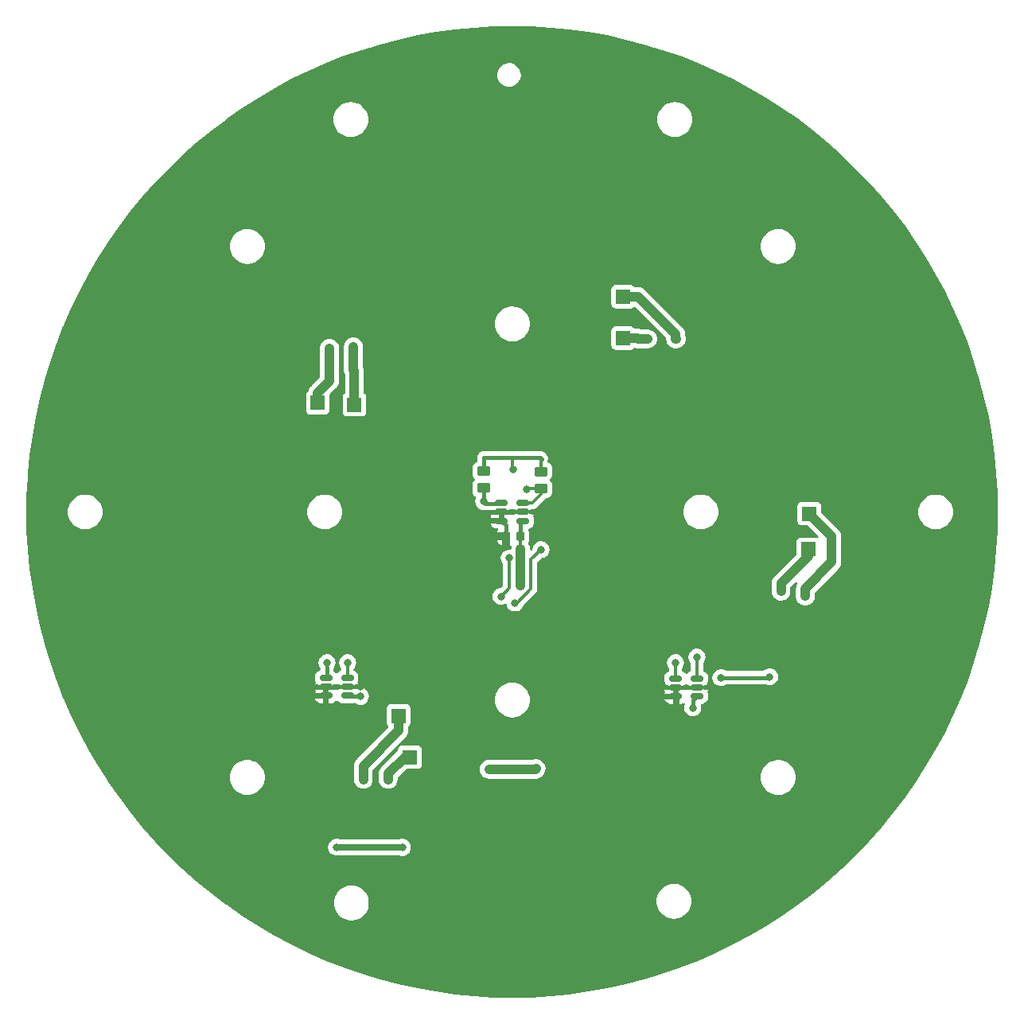
<source format=gtl>
%TF.GenerationSoftware,KiCad,Pcbnew,7.0.9-7.0.9~ubuntu23.04.1*%
%TF.CreationDate,2023-11-29T14:17:22+01:00*%
%TF.ProjectId,maglev cv2,6d61676c-6576-4206-9376-322e6b696361,rev?*%
%TF.SameCoordinates,Original*%
%TF.FileFunction,Copper,L1,Top*%
%TF.FilePolarity,Positive*%
%FSLAX46Y46*%
G04 Gerber Fmt 4.6, Leading zero omitted, Abs format (unit mm)*
G04 Created by KiCad (PCBNEW 7.0.9-7.0.9~ubuntu23.04.1) date 2023-11-29 14:17:22*
%MOMM*%
%LPD*%
G01*
G04 APERTURE LIST*
G04 Aperture macros list*
%AMRoundRect*
0 Rectangle with rounded corners*
0 $1 Rounding radius*
0 $2 $3 $4 $5 $6 $7 $8 $9 X,Y pos of 4 corners*
0 Add a 4 corners polygon primitive as box body*
4,1,4,$2,$3,$4,$5,$6,$7,$8,$9,$2,$3,0*
0 Add four circle primitives for the rounded corners*
1,1,$1+$1,$2,$3*
1,1,$1+$1,$4,$5*
1,1,$1+$1,$6,$7*
1,1,$1+$1,$8,$9*
0 Add four rect primitives between the rounded corners*
20,1,$1+$1,$2,$3,$4,$5,0*
20,1,$1+$1,$4,$5,$6,$7,0*
20,1,$1+$1,$6,$7,$8,$9,0*
20,1,$1+$1,$8,$9,$2,$3,0*%
G04 Aperture macros list end*
%TA.AperFunction,SMDPad,CuDef*%
%ADD10R,1.500000X1.500000*%
%TD*%
%TA.AperFunction,SMDPad,CuDef*%
%ADD11RoundRect,0.250000X-0.450000X0.262500X-0.450000X-0.262500X0.450000X-0.262500X0.450000X0.262500X0*%
%TD*%
%TA.AperFunction,SMDPad,CuDef*%
%ADD12RoundRect,0.225000X-0.225000X-0.250000X0.225000X-0.250000X0.225000X0.250000X-0.225000X0.250000X0*%
%TD*%
%TA.AperFunction,SMDPad,CuDef*%
%ADD13RoundRect,0.150000X-0.512500X-0.150000X0.512500X-0.150000X0.512500X0.150000X-0.512500X0.150000X0*%
%TD*%
%TA.AperFunction,SMDPad,CuDef*%
%ADD14RoundRect,0.250000X0.450000X-0.262500X0.450000X0.262500X-0.450000X0.262500X-0.450000X-0.262500X0*%
%TD*%
%TA.AperFunction,ViaPad*%
%ADD15C,0.800000*%
%TD*%
%TA.AperFunction,Conductor*%
%ADD16C,0.300000*%
%TD*%
%TA.AperFunction,Conductor*%
%ADD17C,1.000000*%
%TD*%
%TA.AperFunction,Conductor*%
%ADD18C,0.700000*%
%TD*%
%TA.AperFunction,Conductor*%
%ADD19C,0.400000*%
%TD*%
G04 APERTURE END LIST*
D10*
X135300000Y-125340400D03*
D11*
X149250400Y-94947100D03*
X149250400Y-96772100D03*
D10*
X125500000Y-87640400D03*
D12*
X145529000Y-101854000D03*
X147079000Y-101854000D03*
D10*
X177800000Y-99440400D03*
D13*
X126370500Y-116906000D03*
X126370500Y-117856000D03*
X126370500Y-118806000D03*
X128645500Y-118806000D03*
X128645500Y-117856000D03*
X128645500Y-116906000D03*
X163576000Y-116972000D03*
X163576000Y-117922000D03*
X163576000Y-118872000D03*
X165851000Y-118872000D03*
X165851000Y-117922000D03*
X165851000Y-116972000D03*
D10*
X177700000Y-103240400D03*
X158000000Y-76340400D03*
X134100000Y-120940400D03*
X158000000Y-80740400D03*
D14*
X143154400Y-96721300D03*
X143154400Y-94896300D03*
D10*
X129400000Y-87840400D03*
D13*
X145063640Y-98300000D03*
X145063640Y-99250000D03*
X145063640Y-100200000D03*
X147338640Y-100200000D03*
X147338640Y-99250000D03*
X147338640Y-98300000D03*
D15*
X147700000Y-96840400D03*
X139400000Y-60940400D03*
X135800000Y-56540400D03*
X139400000Y-51740400D03*
X142700000Y-56640400D03*
X148400000Y-56540400D03*
X152300000Y-61240400D03*
X152200000Y-51640400D03*
X155700000Y-56540400D03*
X116600000Y-89040400D03*
X120800000Y-89040400D03*
X126200000Y-123740400D03*
X130000000Y-121340400D03*
X186900000Y-113740400D03*
X182500000Y-113740400D03*
X170400000Y-88740400D03*
X174900000Y-88740400D03*
X143154400Y-98145600D03*
X179510000Y-115500400D03*
X181740000Y-107390400D03*
X134880000Y-127770400D03*
X134320000Y-69010400D03*
X165480000Y-88750400D03*
X159760000Y-68700400D03*
X123460000Y-85700400D03*
X144100000Y-101840400D03*
X155880000Y-86410400D03*
X153210000Y-68890400D03*
X134300000Y-136340400D03*
X168260000Y-86540400D03*
X163779200Y-120142000D03*
X130048000Y-117856000D03*
X133540000Y-86740400D03*
X141170000Y-69090400D03*
X148720000Y-126580400D03*
X146290000Y-94710400D03*
X168402000Y-116890800D03*
X143750000Y-126640400D03*
X130048000Y-118872000D03*
X134500000Y-134940400D03*
X165404800Y-120091200D03*
X127508000Y-134924800D03*
X147090000Y-103210400D03*
X147075104Y-107065296D03*
X173583600Y-116789200D03*
X130352800Y-127711200D03*
X132994400Y-127711200D03*
X126746000Y-81838800D03*
X129286000Y-81686400D03*
X174802800Y-107696000D03*
X177393600Y-108219000D03*
X160591600Y-80847200D03*
X163588800Y-80847200D03*
X146500000Y-108940400D03*
X128680000Y-115290400D03*
X165850000Y-114690400D03*
X149250400Y-103270400D03*
X126490000Y-115290400D03*
X145000000Y-108240400D03*
X163580000Y-115300400D03*
X145885667Y-104162499D03*
D16*
X149250400Y-96772100D02*
X147768300Y-96772100D01*
X147768300Y-96772100D02*
X147700000Y-96840400D01*
X147338640Y-98300000D02*
X148340400Y-98300000D01*
X148340400Y-98300000D02*
X149250400Y-97390000D01*
X149250400Y-97390000D02*
X149250400Y-96772100D01*
X146500000Y-108940400D02*
X146700000Y-108940400D01*
X146700000Y-108940400D02*
X148200000Y-107440400D01*
X148200000Y-107440400D02*
X148200000Y-104320800D01*
X148200000Y-104320800D02*
X149250400Y-103270400D01*
X145885667Y-104162499D02*
X145885667Y-107354733D01*
X145885667Y-107354733D02*
X145000000Y-108240400D01*
D17*
X147090000Y-103210400D02*
X147090000Y-107050400D01*
X147090000Y-107050400D02*
X147075104Y-107065296D01*
D16*
X147079000Y-103199400D02*
X147079000Y-101854000D01*
X147090000Y-103210400D02*
X147079000Y-103199400D01*
X144100000Y-101840400D02*
X144113600Y-101854000D01*
X144113600Y-101854000D02*
X145529000Y-101854000D01*
X145885667Y-104162499D02*
X145862915Y-104185251D01*
D18*
X134500000Y-134940400D02*
X127523600Y-134940400D01*
X127523600Y-134940400D02*
X127508000Y-134924800D01*
D17*
X160591600Y-80847200D02*
X159606800Y-80847200D01*
X159606800Y-80847200D02*
X159500000Y-80740400D01*
X159500000Y-80740400D02*
X158000000Y-80740400D01*
X163588800Y-80847200D02*
X163588800Y-80329200D01*
X163588800Y-80329200D02*
X159600000Y-76340400D01*
X159600000Y-76340400D02*
X158000000Y-76340400D01*
X174802800Y-107696000D02*
X174802800Y-106837600D01*
X174802800Y-106837600D02*
X177700000Y-103940400D01*
X177700000Y-103940400D02*
X177700000Y-103240400D01*
X177393600Y-108219000D02*
X177393600Y-107391200D01*
X177393600Y-107391200D02*
X180200000Y-104584800D01*
X180200000Y-104584800D02*
X180200000Y-101840400D01*
X180200000Y-101840400D02*
X177800000Y-99440400D01*
X129286000Y-81686400D02*
X129286000Y-84124800D01*
X129286000Y-84124800D02*
X129400000Y-84238800D01*
X129400000Y-84238800D02*
X129400000Y-87840400D01*
X126746000Y-81838800D02*
X126746000Y-85344000D01*
X126746000Y-85344000D02*
X125500000Y-86590000D01*
X125500000Y-86590000D02*
X125500000Y-87640400D01*
X130352800Y-127711200D02*
X130352800Y-126287600D01*
X130352800Y-126287600D02*
X134100000Y-122540400D01*
X134100000Y-122540400D02*
X134100000Y-120940400D01*
X132994400Y-127711200D02*
X132994400Y-127101600D01*
X132994400Y-127101600D02*
X134755600Y-125340400D01*
X134755600Y-125340400D02*
X135300000Y-125340400D01*
D19*
X163779200Y-120142000D02*
X163779200Y-119075200D01*
X145288000Y-102095000D02*
X145529000Y-101854000D01*
X126370500Y-117856000D02*
X126370500Y-118806000D01*
X130048000Y-117856000D02*
X128645500Y-117856000D01*
X145063640Y-99250000D02*
X147338640Y-99250000D01*
X145529000Y-100665360D02*
X145063640Y-100200000D01*
X145529000Y-101854000D02*
X145529000Y-100665360D01*
X163576000Y-118872000D02*
X163576000Y-117922000D01*
X145063640Y-100200000D02*
X145063640Y-99250000D01*
X163779200Y-119075200D02*
X163576000Y-118872000D01*
X128645500Y-117856000D02*
X126370500Y-117856000D01*
X163576000Y-117922000D02*
X165851000Y-117922000D01*
X147079000Y-100459640D02*
X147338640Y-100200000D01*
X149191600Y-93472000D02*
X149310000Y-93590400D01*
X165404800Y-119318200D02*
X165851000Y-118872000D01*
D17*
X143750000Y-126640400D02*
X148660000Y-126640400D01*
D19*
X149352000Y-95099500D02*
X149400900Y-95148400D01*
D16*
X149250400Y-94947100D02*
X149250400Y-94997900D01*
X149310000Y-93590400D02*
X149250400Y-93650000D01*
D19*
X165404800Y-120091200D02*
X165404800Y-119318200D01*
X130048000Y-118872000D02*
X128711500Y-118872000D01*
D17*
X148660000Y-126640400D02*
X148720000Y-126580400D01*
D16*
X146240000Y-94660400D02*
X146290000Y-94710400D01*
D19*
X146240000Y-93472000D02*
X149191600Y-93472000D01*
D16*
X146240000Y-93472000D02*
X146240000Y-94660400D01*
D19*
X143154400Y-94896300D02*
X143154400Y-93472000D01*
X147079000Y-101854000D02*
X147079000Y-100459640D01*
X143154400Y-93472000D02*
X146240000Y-93472000D01*
X168402000Y-116890800D02*
X173482000Y-116890800D01*
X147231400Y-102006400D02*
X147079000Y-101854000D01*
D16*
X149250400Y-93650000D02*
X149250400Y-94947100D01*
D19*
X128711500Y-118872000D02*
X128645500Y-118806000D01*
D16*
X149250400Y-94997900D02*
X149352000Y-95099500D01*
D19*
X173482000Y-116890800D02*
X173583600Y-116789200D01*
D17*
X163588800Y-80847200D02*
X163639600Y-80847200D01*
D19*
X149250400Y-96772100D02*
X149199600Y-96822900D01*
D16*
X128645500Y-115324900D02*
X128680000Y-115290400D01*
X165851000Y-116972000D02*
X165851000Y-114691400D01*
X128645500Y-116906000D02*
X128645500Y-115324900D01*
D19*
X147828957Y-98300000D02*
X147338640Y-98300000D01*
D16*
X165851000Y-114691400D02*
X165850000Y-114690400D01*
D19*
X128645500Y-116906000D02*
X128711500Y-116840000D01*
D16*
X163576000Y-116972000D02*
X163576000Y-115304400D01*
X126492000Y-115824000D02*
X126492000Y-115292400D01*
D19*
X143154400Y-98145600D02*
X143154400Y-96721300D01*
X143154400Y-98145600D02*
X143357600Y-98348800D01*
D16*
X163576000Y-115304400D02*
X163580000Y-115300400D01*
X126492000Y-115292400D02*
X126490000Y-115290400D01*
D19*
X145014840Y-98348800D02*
X145063640Y-98300000D01*
X126492000Y-116784500D02*
X126492000Y-115824000D01*
X143357600Y-98348800D02*
X145014840Y-98348800D01*
X126370500Y-116906000D02*
X126492000Y-116784500D01*
%TA.AperFunction,Conductor*%
G36*
X148212213Y-47590358D02*
G01*
X150238796Y-47709872D01*
X152259125Y-47908857D01*
X154270084Y-48187007D01*
X156268572Y-48543891D01*
X158251509Y-48978961D01*
X160215836Y-49491546D01*
X162158524Y-50080854D01*
X164076579Y-50745977D01*
X165967042Y-51485890D01*
X167826999Y-52299452D01*
X169653582Y-53185408D01*
X171443974Y-54142393D01*
X173195415Y-55168930D01*
X174905203Y-56263437D01*
X176570704Y-57424226D01*
X178189348Y-58649507D01*
X179758639Y-59937393D01*
X181276159Y-61285893D01*
X182739567Y-62692933D01*
X184146607Y-64156341D01*
X185495107Y-65673861D01*
X186782993Y-67243152D01*
X188008274Y-68861796D01*
X189169063Y-70527297D01*
X190263570Y-72237085D01*
X191290107Y-73988526D01*
X192247092Y-75778918D01*
X193133048Y-77605501D01*
X193946610Y-79465458D01*
X194686523Y-81355921D01*
X195351646Y-83273976D01*
X195940954Y-85216664D01*
X196453539Y-87180991D01*
X196888609Y-89163928D01*
X197245493Y-91162416D01*
X197523643Y-93173375D01*
X197722628Y-95193704D01*
X197842142Y-97220287D01*
X197882000Y-99250000D01*
X197842142Y-101279713D01*
X197722628Y-103306296D01*
X197523643Y-105326625D01*
X197245493Y-107337584D01*
X196888609Y-109336072D01*
X196453539Y-111319009D01*
X195940954Y-113283336D01*
X195351646Y-115226024D01*
X194686523Y-117144079D01*
X193946610Y-119034542D01*
X193133048Y-120894499D01*
X192247092Y-122721082D01*
X191290107Y-124511474D01*
X190263570Y-126262915D01*
X189169063Y-127972703D01*
X188008274Y-129638204D01*
X186782993Y-131256848D01*
X185495107Y-132826139D01*
X184146607Y-134343659D01*
X182739567Y-135807067D01*
X181276159Y-137214107D01*
X179758639Y-138562607D01*
X178189348Y-139850493D01*
X176570704Y-141075774D01*
X174905203Y-142236563D01*
X173195415Y-143331070D01*
X171443974Y-144357607D01*
X169653582Y-145314592D01*
X167826999Y-146200548D01*
X165967042Y-147014110D01*
X164076579Y-147754023D01*
X162158524Y-148419146D01*
X160215836Y-149008454D01*
X158251509Y-149521039D01*
X156268572Y-149956109D01*
X154270084Y-150312993D01*
X152259125Y-150591143D01*
X150238796Y-150790128D01*
X148212213Y-150909642D01*
X146182500Y-150949500D01*
X144152787Y-150909642D01*
X142126204Y-150790128D01*
X140105875Y-150591143D01*
X138094916Y-150312993D01*
X136096428Y-149956109D01*
X134113491Y-149521039D01*
X132149164Y-149008454D01*
X130206476Y-148419146D01*
X128288421Y-147754023D01*
X126397958Y-147014110D01*
X124538001Y-146200548D01*
X122711418Y-145314592D01*
X120921026Y-144357607D01*
X119169585Y-143331070D01*
X117459797Y-142236563D01*
X115794296Y-141075774D01*
X115756751Y-141047353D01*
X127226525Y-141047353D01*
X127307400Y-141427844D01*
X127307402Y-141427849D01*
X127465618Y-141783204D01*
X127465620Y-141783209D01*
X127694259Y-142097904D01*
X127694265Y-142097911D01*
X127848255Y-142236563D01*
X127983337Y-142358191D01*
X128320213Y-142552687D01*
X128690165Y-142672891D01*
X128980046Y-142703359D01*
X128980051Y-142703359D01*
X129173999Y-142703359D01*
X129174004Y-142703359D01*
X129463885Y-142672891D01*
X129833837Y-142552687D01*
X130170713Y-142358191D01*
X130397162Y-142154295D01*
X130459784Y-142097911D01*
X130459785Y-142097908D01*
X130459789Y-142097906D01*
X130688432Y-141783206D01*
X130846649Y-141427845D01*
X130927525Y-141047354D01*
X130927525Y-140872651D01*
X161561536Y-140872651D01*
X161642411Y-141253142D01*
X161642413Y-141253147D01*
X161800629Y-141608502D01*
X161800631Y-141608507D01*
X162029270Y-141923202D01*
X162029276Y-141923209D01*
X162205123Y-142081541D01*
X162318348Y-142183489D01*
X162655224Y-142377985D01*
X163025176Y-142498189D01*
X163315057Y-142528657D01*
X163315062Y-142528657D01*
X163509010Y-142528657D01*
X163509015Y-142528657D01*
X163798896Y-142498189D01*
X164168848Y-142377985D01*
X164505724Y-142183489D01*
X164732173Y-141979593D01*
X164794795Y-141923209D01*
X164794796Y-141923206D01*
X164794800Y-141923204D01*
X165023443Y-141608504D01*
X165181660Y-141253143D01*
X165262536Y-140872652D01*
X165262536Y-140483662D01*
X165181660Y-140103171D01*
X165023443Y-139747811D01*
X165023440Y-139747807D01*
X165023440Y-139747806D01*
X164794801Y-139433111D01*
X164794795Y-139433104D01*
X164606423Y-139263495D01*
X164505724Y-139172825D01*
X164168848Y-138978329D01*
X164168847Y-138978328D01*
X164168846Y-138978328D01*
X163798897Y-138858125D01*
X163750582Y-138853047D01*
X163509015Y-138827657D01*
X163315057Y-138827657D01*
X163107999Y-138849419D01*
X163025174Y-138858125D01*
X162655225Y-138978328D01*
X162318349Y-139172824D01*
X162029276Y-139433104D01*
X162029270Y-139433111D01*
X161800632Y-139747804D01*
X161800629Y-139747808D01*
X161800629Y-139747810D01*
X161722847Y-139922512D01*
X161642411Y-140103173D01*
X161561536Y-140483662D01*
X161561536Y-140872651D01*
X130927525Y-140872651D01*
X130927525Y-140658364D01*
X130846649Y-140277873D01*
X130688432Y-139922513D01*
X130688429Y-139922509D01*
X130688429Y-139922508D01*
X130459790Y-139607813D01*
X130459784Y-139607806D01*
X130265756Y-139433104D01*
X130170713Y-139347527D01*
X129833837Y-139153031D01*
X129833836Y-139153030D01*
X129833835Y-139153030D01*
X129463886Y-139032827D01*
X129415571Y-139027749D01*
X129174004Y-139002359D01*
X128980046Y-139002359D01*
X128772988Y-139024121D01*
X128690163Y-139032827D01*
X128320214Y-139153030D01*
X127983338Y-139347526D01*
X127694265Y-139607806D01*
X127694259Y-139607813D01*
X127465621Y-139922506D01*
X127465618Y-139922510D01*
X127465618Y-139922512D01*
X127346955Y-140189032D01*
X127307400Y-140277875D01*
X127226525Y-140658364D01*
X127226525Y-141047353D01*
X115756751Y-141047353D01*
X114175652Y-139850493D01*
X112606361Y-138562607D01*
X111088841Y-137214107D01*
X109625433Y-135807067D01*
X108777149Y-134924800D01*
X126598240Y-134924800D01*
X126635092Y-135181110D01*
X126635092Y-135181111D01*
X126742658Y-135416649D01*
X126742660Y-135416651D01*
X126742661Y-135416653D01*
X126912234Y-135612351D01*
X126912236Y-135612352D01*
X126912238Y-135612354D01*
X127130069Y-135752346D01*
X127130072Y-135752347D01*
X127378527Y-135825300D01*
X127378528Y-135825300D01*
X127637472Y-135825300D01*
X127737521Y-135795923D01*
X127772456Y-135790900D01*
X134182415Y-135790900D01*
X134217350Y-135795923D01*
X134370527Y-135840900D01*
X134370528Y-135840900D01*
X134629472Y-135840900D01*
X134877928Y-135767947D01*
X135095766Y-135627951D01*
X135265339Y-135432253D01*
X135372908Y-135196709D01*
X135409760Y-134940400D01*
X135372908Y-134684091D01*
X135365783Y-134668489D01*
X135265341Y-134448550D01*
X135265339Y-134448548D01*
X135265339Y-134448547D01*
X135095766Y-134252849D01*
X135095763Y-134252847D01*
X135095761Y-134252845D01*
X134877930Y-134112853D01*
X134877927Y-134112852D01*
X134629473Y-134039900D01*
X134629472Y-134039900D01*
X134370528Y-134039900D01*
X134370527Y-134039900D01*
X134217350Y-134084877D01*
X134182415Y-134089900D01*
X127878714Y-134089900D01*
X127843779Y-134084877D01*
X127637473Y-134024300D01*
X127637472Y-134024300D01*
X127378528Y-134024300D01*
X127378527Y-134024300D01*
X127130072Y-134097252D01*
X127130069Y-134097253D01*
X126912238Y-134237245D01*
X126912236Y-134237247D01*
X126912234Y-134237248D01*
X126912234Y-134237249D01*
X126898717Y-134252849D01*
X126742661Y-134432947D01*
X126742658Y-134432950D01*
X126635092Y-134668488D01*
X126635092Y-134668489D01*
X126598240Y-134924800D01*
X108777149Y-134924800D01*
X108218393Y-134343659D01*
X106869893Y-132826139D01*
X105582007Y-131256848D01*
X104356726Y-129638204D01*
X103195937Y-127972703D01*
X103017844Y-127694494D01*
X116149500Y-127694494D01*
X116230375Y-128074985D01*
X116230377Y-128074990D01*
X116388593Y-128430345D01*
X116388595Y-128430350D01*
X116617234Y-128745045D01*
X116617240Y-128745052D01*
X116793087Y-128903384D01*
X116906312Y-129005332D01*
X117243188Y-129199828D01*
X117613140Y-129320032D01*
X117903021Y-129350500D01*
X117903026Y-129350500D01*
X118096974Y-129350500D01*
X118096979Y-129350500D01*
X118386860Y-129320032D01*
X118756812Y-129199828D01*
X119093688Y-129005332D01*
X119320137Y-128801436D01*
X119382759Y-128745052D01*
X119382760Y-128745049D01*
X119382764Y-128745047D01*
X119611407Y-128430347D01*
X119769624Y-128074986D01*
X119850500Y-127694495D01*
X119850500Y-127305505D01*
X119769624Y-126925014D01*
X119611407Y-126569654D01*
X119611404Y-126569650D01*
X119611404Y-126569649D01*
X119458874Y-126359709D01*
X129344587Y-126359709D01*
X129349466Y-126382137D01*
X129352300Y-126408495D01*
X129352300Y-127782753D01*
X129382955Y-127995971D01*
X129382956Y-127995975D01*
X129502470Y-128257671D01*
X129502471Y-128257673D01*
X129690875Y-128475103D01*
X129690877Y-128475104D01*
X129690879Y-128475106D01*
X129932900Y-128630644D01*
X129932903Y-128630645D01*
X130208948Y-128711700D01*
X130208950Y-128711700D01*
X130496651Y-128711700D01*
X130634673Y-128671172D01*
X130772697Y-128630645D01*
X131014725Y-128475103D01*
X131203129Y-128257673D01*
X131322644Y-127995972D01*
X131353300Y-127782755D01*
X131353300Y-127173709D01*
X131986187Y-127173709D01*
X131991066Y-127196137D01*
X131993900Y-127222495D01*
X131993900Y-127782753D01*
X132024555Y-127995971D01*
X132024556Y-127995975D01*
X132144070Y-128257671D01*
X132144071Y-128257673D01*
X132332475Y-128475103D01*
X132332477Y-128475104D01*
X132332479Y-128475106D01*
X132574500Y-128630644D01*
X132574503Y-128630645D01*
X132850548Y-128711700D01*
X132850550Y-128711700D01*
X133138251Y-128711700D01*
X133276273Y-128671172D01*
X133414297Y-128630645D01*
X133656325Y-128475103D01*
X133844729Y-128257673D01*
X133964244Y-127995972D01*
X133994900Y-127782755D01*
X133994900Y-127694494D01*
X172649500Y-127694494D01*
X172730375Y-128074985D01*
X172730377Y-128074990D01*
X172888593Y-128430345D01*
X172888595Y-128430350D01*
X173117234Y-128745045D01*
X173117240Y-128745052D01*
X173293087Y-128903384D01*
X173406312Y-129005332D01*
X173743188Y-129199828D01*
X174113140Y-129320032D01*
X174403021Y-129350500D01*
X174403026Y-129350500D01*
X174596974Y-129350500D01*
X174596979Y-129350500D01*
X174886860Y-129320032D01*
X175256812Y-129199828D01*
X175593688Y-129005332D01*
X175820137Y-128801436D01*
X175882759Y-128745052D01*
X175882760Y-128745049D01*
X175882764Y-128745047D01*
X176111407Y-128430347D01*
X176269624Y-128074986D01*
X176350500Y-127694495D01*
X176350500Y-127305505D01*
X176269624Y-126925014D01*
X176111407Y-126569654D01*
X176111404Y-126569650D01*
X176111404Y-126569649D01*
X175882765Y-126254954D01*
X175882759Y-126254947D01*
X175680389Y-126072734D01*
X175593688Y-125994668D01*
X175256812Y-125800172D01*
X175256811Y-125800171D01*
X175256810Y-125800171D01*
X174886861Y-125679968D01*
X174838546Y-125674890D01*
X174596979Y-125649500D01*
X174403021Y-125649500D01*
X174195963Y-125671262D01*
X174113138Y-125679968D01*
X173743189Y-125800171D01*
X173406313Y-125994667D01*
X173117240Y-126254947D01*
X173117234Y-126254954D01*
X172888596Y-126569647D01*
X172888593Y-126569651D01*
X172888593Y-126569653D01*
X172823257Y-126716401D01*
X172730375Y-126925016D01*
X172649500Y-127305505D01*
X172649500Y-127694494D01*
X133994900Y-127694494D01*
X133994900Y-127567381D01*
X134031218Y-127479701D01*
X134726667Y-126784251D01*
X142749500Y-126784251D01*
X142830554Y-127060296D01*
X142830555Y-127060299D01*
X142986093Y-127302320D01*
X142986095Y-127302322D01*
X142986097Y-127302325D01*
X143203527Y-127490729D01*
X143284147Y-127527547D01*
X143465224Y-127610243D01*
X143465228Y-127610244D01*
X143678445Y-127640900D01*
X148539105Y-127640900D01*
X148565462Y-127643733D01*
X148587891Y-127648613D01*
X148693521Y-127641057D01*
X148697943Y-127640900D01*
X148731551Y-127640900D01*
X148731555Y-127640900D01*
X148764849Y-127636112D01*
X148769213Y-127635643D01*
X148874859Y-127628088D01*
X148896367Y-127620065D01*
X148922051Y-127613510D01*
X148944772Y-127610244D01*
X149041141Y-127566232D01*
X149045170Y-127564563D01*
X149144419Y-127527547D01*
X149162794Y-127513790D01*
X149185590Y-127500266D01*
X149189830Y-127498329D01*
X149206473Y-127490729D01*
X149286511Y-127421375D01*
X149289957Y-127418598D01*
X149316863Y-127398457D01*
X149340625Y-127374693D01*
X149343857Y-127371683D01*
X149423903Y-127302325D01*
X149436313Y-127283013D01*
X149452949Y-127262370D01*
X149478049Y-127237271D01*
X149478049Y-127237270D01*
X149478057Y-127237263D01*
X149607148Y-127064819D01*
X149707688Y-126795259D01*
X149728213Y-126508291D01*
X149667058Y-126227166D01*
X149660986Y-126216046D01*
X149529181Y-125974661D01*
X149529175Y-125974654D01*
X149325745Y-125771224D01*
X149325738Y-125771218D01*
X149073235Y-125633342D01*
X148792110Y-125572187D01*
X148792105Y-125572187D01*
X148562534Y-125588607D01*
X148505141Y-125592712D01*
X148505139Y-125592712D01*
X148505137Y-125592713D01*
X148399585Y-125632082D01*
X148356252Y-125639900D01*
X143678445Y-125639900D01*
X143651643Y-125643753D01*
X143465228Y-125670555D01*
X143465224Y-125670556D01*
X143203528Y-125790070D01*
X143203527Y-125790071D01*
X142990504Y-125974657D01*
X142986095Y-125978477D01*
X142986093Y-125978479D01*
X142830555Y-126220500D01*
X142830554Y-126220503D01*
X142749500Y-126496548D01*
X142749500Y-126784251D01*
X134726667Y-126784251D01*
X134883701Y-126627217D01*
X134971382Y-126590899D01*
X136099290Y-126590899D01*
X136099292Y-126590899D01*
X136245285Y-126561860D01*
X136245286Y-126561859D01*
X136245287Y-126561859D01*
X136273066Y-126543297D01*
X136410840Y-126451240D01*
X136521460Y-126285685D01*
X136550500Y-126139693D01*
X136550499Y-124541108D01*
X136521460Y-124395115D01*
X136521459Y-124395114D01*
X136521459Y-124395112D01*
X136466024Y-124312148D01*
X136410840Y-124229560D01*
X136245285Y-124118940D01*
X136245283Y-124118939D01*
X136245280Y-124118938D01*
X136099296Y-124089900D01*
X134500710Y-124089900D01*
X134354712Y-124118940D01*
X134189160Y-124229560D01*
X134078540Y-124395115D01*
X134078538Y-124395119D01*
X134049500Y-124541102D01*
X134049500Y-124571759D01*
X134013181Y-124659440D01*
X134006705Y-124665470D01*
X133991697Y-124678474D01*
X133991694Y-124678478D01*
X133979284Y-124697788D01*
X133962652Y-124718426D01*
X132372426Y-126308652D01*
X132351788Y-126325284D01*
X132332478Y-126337694D01*
X132332475Y-126337697D01*
X132263130Y-126417724D01*
X132260116Y-126420961D01*
X132236344Y-126444735D01*
X132236339Y-126444740D01*
X132216199Y-126471642D01*
X132213424Y-126475087D01*
X132144071Y-126555125D01*
X132144069Y-126555129D01*
X132134530Y-126576014D01*
X132121010Y-126598801D01*
X132107253Y-126617179D01*
X132107251Y-126617183D01*
X132070244Y-126716401D01*
X132068550Y-126720490D01*
X132024555Y-126816828D01*
X132021288Y-126839551D01*
X132014734Y-126865230D01*
X132006713Y-126886734D01*
X132006712Y-126886741D01*
X131999155Y-126992376D01*
X131998682Y-126996774D01*
X131993900Y-127030046D01*
X131993900Y-127063655D01*
X131993742Y-127068079D01*
X131986187Y-127173704D01*
X131986187Y-127173709D01*
X131353300Y-127173709D01*
X131353300Y-126753381D01*
X131389618Y-126665701D01*
X134721975Y-123333343D01*
X134742611Y-123316714D01*
X134761925Y-123304303D01*
X134831283Y-123224257D01*
X134834294Y-123221025D01*
X134858057Y-123197263D01*
X134878201Y-123170352D01*
X134880977Y-123166909D01*
X134950329Y-123086873D01*
X134959866Y-123065990D01*
X134973390Y-123043194D01*
X134987147Y-123024819D01*
X135024163Y-122925570D01*
X135025832Y-122921541D01*
X135069844Y-122825172D01*
X135073110Y-122802451D01*
X135079665Y-122776767D01*
X135087688Y-122755259D01*
X135095243Y-122649613D01*
X135095712Y-122645249D01*
X135100500Y-122611955D01*
X135100500Y-122578343D01*
X135100658Y-122573918D01*
X135108213Y-122468291D01*
X135108212Y-122468287D01*
X135103334Y-122445861D01*
X135100500Y-122419504D01*
X135100500Y-122191245D01*
X135136819Y-122103564D01*
X135155602Y-122088147D01*
X135210840Y-122051240D01*
X135321460Y-121885685D01*
X135350500Y-121739693D01*
X135350499Y-120141108D01*
X135321460Y-119995115D01*
X135321459Y-119995114D01*
X135321459Y-119995112D01*
X135266024Y-119912148D01*
X135210840Y-119829560D01*
X135045285Y-119718940D01*
X135045283Y-119718939D01*
X135045280Y-119718938D01*
X134899296Y-119689900D01*
X133300710Y-119689900D01*
X133154712Y-119718940D01*
X132989160Y-119829560D01*
X132878540Y-119995115D01*
X132878538Y-119995119D01*
X132849500Y-120141102D01*
X132849500Y-121739689D01*
X132878540Y-121885687D01*
X132989160Y-122051240D01*
X132994018Y-122056098D01*
X133030337Y-122143779D01*
X132994018Y-122231460D01*
X129730826Y-125494652D01*
X129710188Y-125511284D01*
X129690878Y-125523694D01*
X129690875Y-125523697D01*
X129621530Y-125603724D01*
X129618516Y-125606961D01*
X129594744Y-125630735D01*
X129594739Y-125630740D01*
X129574599Y-125657642D01*
X129571824Y-125661087D01*
X129502471Y-125741125D01*
X129502469Y-125741129D01*
X129492930Y-125762014D01*
X129479410Y-125784801D01*
X129465653Y-125803179D01*
X129465651Y-125803183D01*
X129428644Y-125902401D01*
X129426950Y-125906490D01*
X129382955Y-126002828D01*
X129379688Y-126025551D01*
X129373134Y-126051230D01*
X129365113Y-126072734D01*
X129365112Y-126072741D01*
X129357555Y-126178376D01*
X129357082Y-126182774D01*
X129352300Y-126216046D01*
X129352300Y-126249655D01*
X129352142Y-126254079D01*
X129344587Y-126359704D01*
X129344587Y-126359709D01*
X119458874Y-126359709D01*
X119382765Y-126254954D01*
X119382759Y-126254947D01*
X119180389Y-126072734D01*
X119093688Y-125994668D01*
X118756812Y-125800172D01*
X118756811Y-125800171D01*
X118756810Y-125800171D01*
X118386861Y-125679968D01*
X118338546Y-125674890D01*
X118096979Y-125649500D01*
X117903021Y-125649500D01*
X117695963Y-125671262D01*
X117613138Y-125679968D01*
X117243189Y-125800171D01*
X116906313Y-125994667D01*
X116617240Y-126254947D01*
X116617234Y-126254954D01*
X116388596Y-126569647D01*
X116388593Y-126569651D01*
X116388593Y-126569653D01*
X116323257Y-126716401D01*
X116230375Y-126925016D01*
X116149500Y-127305505D01*
X116149500Y-127694494D01*
X103017844Y-127694494D01*
X102101430Y-126262915D01*
X101074893Y-124511474D01*
X100117908Y-122721082D01*
X99231952Y-120894499D01*
X98449646Y-119106000D01*
X125217721Y-119106000D01*
X125220462Y-119126825D01*
X125317338Y-119334576D01*
X125479423Y-119496661D01*
X125687174Y-119593537D01*
X125687173Y-119593537D01*
X125781827Y-119605998D01*
X125781845Y-119606000D01*
X126070500Y-119606000D01*
X126670500Y-119606000D01*
X126959155Y-119606000D01*
X126959172Y-119605998D01*
X127053826Y-119593537D01*
X127261576Y-119496661D01*
X127419965Y-119338273D01*
X127507646Y-119301954D01*
X127595327Y-119338273D01*
X127754133Y-119497079D01*
X127895671Y-119563079D01*
X127962039Y-119594027D01*
X127962040Y-119594028D01*
X127980285Y-119596429D01*
X128056776Y-119606500D01*
X128056783Y-119606500D01*
X129234217Y-119606500D01*
X129234224Y-119606500D01*
X129328959Y-119594028D01*
X129340792Y-119588509D01*
X129350212Y-119584118D01*
X129402617Y-119572500D01*
X129435974Y-119572500D01*
X129503013Y-119592184D01*
X129670072Y-119699547D01*
X129736112Y-119718938D01*
X129918527Y-119772500D01*
X129918528Y-119772500D01*
X130177472Y-119772500D01*
X130425928Y-119699547D01*
X130440938Y-119689901D01*
X130591992Y-119592824D01*
X130643766Y-119559551D01*
X130733161Y-119456384D01*
X144347975Y-119456384D01*
X144428850Y-119836875D01*
X144428852Y-119836880D01*
X144529617Y-120063201D01*
X144564304Y-120141108D01*
X144587068Y-120192235D01*
X144587070Y-120192240D01*
X144815709Y-120506935D01*
X144815715Y-120506942D01*
X144900245Y-120583052D01*
X145104787Y-120767222D01*
X145441663Y-120961718D01*
X145811615Y-121081922D01*
X146101496Y-121112390D01*
X146101501Y-121112390D01*
X146295449Y-121112390D01*
X146295454Y-121112390D01*
X146585335Y-121081922D01*
X146955287Y-120961718D01*
X147292163Y-120767222D01*
X147518612Y-120563326D01*
X147581234Y-120506942D01*
X147581235Y-120506939D01*
X147581239Y-120506937D01*
X147809882Y-120192237D01*
X147968099Y-119836876D01*
X148048975Y-119456385D01*
X148048975Y-119172000D01*
X162423221Y-119172000D01*
X162425962Y-119192825D01*
X162522838Y-119400576D01*
X162684923Y-119562661D01*
X162892674Y-119659537D01*
X162892673Y-119659537D01*
X162987327Y-119671998D01*
X162987345Y-119672000D01*
X163276000Y-119672000D01*
X163876000Y-119672000D01*
X164164655Y-119672000D01*
X164164672Y-119671998D01*
X164259326Y-119659537D01*
X164402393Y-119592824D01*
X164497208Y-119588684D01*
X164567180Y-119652801D01*
X164571320Y-119747616D01*
X164567592Y-119756718D01*
X164531891Y-119834890D01*
X164495040Y-120091200D01*
X164531892Y-120347510D01*
X164531892Y-120347511D01*
X164639458Y-120583049D01*
X164639460Y-120583051D01*
X164639461Y-120583053D01*
X164809034Y-120778751D01*
X164809036Y-120778752D01*
X164809038Y-120778754D01*
X165026869Y-120918746D01*
X165026872Y-120918747D01*
X165275327Y-120991700D01*
X165275328Y-120991700D01*
X165534272Y-120991700D01*
X165782728Y-120918747D01*
X166000566Y-120778751D01*
X166170139Y-120583053D01*
X166277708Y-120347509D01*
X166314560Y-120091200D01*
X166277708Y-119834891D01*
X166277708Y-119834890D01*
X166276692Y-119831430D01*
X166276913Y-119829367D01*
X166276446Y-119826113D01*
X166277276Y-119825993D01*
X166286841Y-119737069D01*
X166360741Y-119677521D01*
X166395671Y-119672500D01*
X166439717Y-119672500D01*
X166439724Y-119672500D01*
X166534459Y-119660028D01*
X166742367Y-119563079D01*
X166904579Y-119400867D01*
X167001528Y-119192959D01*
X167014000Y-119098224D01*
X167014000Y-118645776D01*
X167001528Y-118551041D01*
X166970752Y-118485041D01*
X166953858Y-118448811D01*
X166949718Y-118353996D01*
X166953858Y-118344001D01*
X167001037Y-118242825D01*
X167003779Y-118222000D01*
X166834808Y-118222000D01*
X166747127Y-118185681D01*
X166742367Y-118180921D01*
X166534460Y-118083972D01*
X166534459Y-118083971D01*
X166439734Y-118071501D01*
X166439729Y-118071500D01*
X166439724Y-118071500D01*
X165262276Y-118071500D01*
X165262270Y-118071500D01*
X165262265Y-118071501D01*
X165167540Y-118083971D01*
X165167539Y-118083972D01*
X164959632Y-118180921D01*
X164954873Y-118185681D01*
X164867192Y-118222000D01*
X163876000Y-118222000D01*
X163876000Y-119672000D01*
X163276000Y-119672000D01*
X163276000Y-119172000D01*
X162423221Y-119172000D01*
X148048975Y-119172000D01*
X148048975Y-119067395D01*
X147968099Y-118686904D01*
X147916940Y-118571999D01*
X162423220Y-118571999D01*
X162423221Y-118572000D01*
X163276000Y-118572000D01*
X163276000Y-118222000D01*
X162423221Y-118222000D01*
X162425962Y-118242823D01*
X162425965Y-118242834D01*
X162473417Y-118344596D01*
X162477557Y-118439411D01*
X162473417Y-118449404D01*
X162425965Y-118551165D01*
X162425962Y-118551176D01*
X162423220Y-118571999D01*
X147916940Y-118571999D01*
X147809882Y-118331544D01*
X147809879Y-118331540D01*
X147809879Y-118331539D01*
X147581240Y-118016844D01*
X147581234Y-118016837D01*
X147392862Y-117847228D01*
X147292163Y-117756558D01*
X146955287Y-117562062D01*
X146955286Y-117562061D01*
X146955285Y-117562061D01*
X146585336Y-117441858D01*
X146537021Y-117436780D01*
X146295454Y-117411390D01*
X146101496Y-117411390D01*
X145894438Y-117433152D01*
X145811613Y-117441858D01*
X145441664Y-117562061D01*
X145104788Y-117756557D01*
X144815715Y-118016837D01*
X144815709Y-118016844D01*
X144587071Y-118331537D01*
X144587068Y-118331541D01*
X144587068Y-118331543D01*
X144468405Y-118598063D01*
X144428850Y-118686906D01*
X144347975Y-119067395D01*
X144347975Y-119456384D01*
X130733161Y-119456384D01*
X130813339Y-119363853D01*
X130826577Y-119334867D01*
X130920907Y-119128311D01*
X130920908Y-119128309D01*
X130957760Y-118872000D01*
X130920908Y-118615691D01*
X130920907Y-118615688D01*
X130813341Y-118380150D01*
X130813339Y-118380148D01*
X130813339Y-118380147D01*
X130643766Y-118184449D01*
X130643763Y-118184447D01*
X130643761Y-118184445D01*
X130425930Y-118044453D01*
X130425927Y-118044452D01*
X130177473Y-117971500D01*
X130177472Y-117971500D01*
X129918528Y-117971500D01*
X129918527Y-117971500D01*
X129670073Y-118044452D01*
X129608014Y-118084334D01*
X129514616Y-118101184D01*
X129488571Y-118092400D01*
X129328960Y-118017972D01*
X129328959Y-118017971D01*
X129234234Y-118005501D01*
X129234229Y-118005500D01*
X129234224Y-118005500D01*
X128056776Y-118005500D01*
X128056770Y-118005500D01*
X128056765Y-118005501D01*
X127962040Y-118017971D01*
X127962039Y-118017972D01*
X127754132Y-118114921D01*
X127749373Y-118119681D01*
X127661692Y-118156000D01*
X126670500Y-118156000D01*
X126670500Y-119606000D01*
X126070500Y-119606000D01*
X126070500Y-119106000D01*
X125217721Y-119106000D01*
X98449646Y-119106000D01*
X98418390Y-119034542D01*
X98211522Y-118505999D01*
X125217720Y-118505999D01*
X125217721Y-118506000D01*
X126070500Y-118506000D01*
X126070500Y-118156000D01*
X125217721Y-118156000D01*
X125220462Y-118176823D01*
X125220465Y-118176834D01*
X125267917Y-118278596D01*
X125272057Y-118373411D01*
X125267917Y-118383404D01*
X125220465Y-118485165D01*
X125220462Y-118485176D01*
X125217720Y-118505999D01*
X98211522Y-118505999D01*
X97678477Y-117144079D01*
X97674364Y-117132217D01*
X125207500Y-117132217D01*
X125207501Y-117132234D01*
X125219971Y-117226954D01*
X125219973Y-117226962D01*
X125267641Y-117329186D01*
X125271781Y-117424002D01*
X125267642Y-117433995D01*
X125220463Y-117535171D01*
X125220462Y-117535176D01*
X125217720Y-117555999D01*
X125217721Y-117556000D01*
X125386692Y-117556000D01*
X125474373Y-117592319D01*
X125479133Y-117597079D01*
X125620671Y-117663079D01*
X125687039Y-117694027D01*
X125687040Y-117694028D01*
X125705285Y-117696429D01*
X125781776Y-117706500D01*
X125781783Y-117706500D01*
X126959217Y-117706500D01*
X126959224Y-117706500D01*
X127053959Y-117694028D01*
X127261867Y-117597079D01*
X127266627Y-117592319D01*
X127354308Y-117556000D01*
X127661692Y-117556000D01*
X127749373Y-117592319D01*
X127754133Y-117597079D01*
X127895671Y-117663079D01*
X127962039Y-117694027D01*
X127962040Y-117694028D01*
X127980285Y-117696429D01*
X128056776Y-117706500D01*
X128056783Y-117706500D01*
X129234217Y-117706500D01*
X129234224Y-117706500D01*
X129328959Y-117694028D01*
X129536867Y-117597079D01*
X129541627Y-117592319D01*
X129629308Y-117556000D01*
X129798279Y-117556000D01*
X129798279Y-117555999D01*
X129795537Y-117535174D01*
X129748357Y-117433996D01*
X129744217Y-117339181D01*
X129748338Y-117329228D01*
X129796028Y-117226959D01*
X129799812Y-117198217D01*
X162413000Y-117198217D01*
X162413001Y-117198234D01*
X162425471Y-117292954D01*
X162425473Y-117292962D01*
X162473141Y-117395186D01*
X162477281Y-117490002D01*
X162473142Y-117499995D01*
X162425963Y-117601171D01*
X162425962Y-117601176D01*
X162423220Y-117621999D01*
X162423221Y-117622000D01*
X162592192Y-117622000D01*
X162679873Y-117658319D01*
X162684633Y-117663079D01*
X162885100Y-117756558D01*
X162892539Y-117760027D01*
X162892540Y-117760028D01*
X162910785Y-117762429D01*
X162987276Y-117772500D01*
X162987283Y-117772500D01*
X164164717Y-117772500D01*
X164164724Y-117772500D01*
X164259459Y-117760028D01*
X164467367Y-117663079D01*
X164472127Y-117658319D01*
X164559808Y-117622000D01*
X164867192Y-117622000D01*
X164954873Y-117658319D01*
X164959633Y-117663079D01*
X165160100Y-117756558D01*
X165167539Y-117760027D01*
X165167540Y-117760028D01*
X165185785Y-117762429D01*
X165262276Y-117772500D01*
X165262283Y-117772500D01*
X166439717Y-117772500D01*
X166439724Y-117772500D01*
X166534459Y-117760028D01*
X166742367Y-117663079D01*
X166747127Y-117658319D01*
X166834808Y-117622000D01*
X167003779Y-117622000D01*
X167003779Y-117621999D01*
X167001037Y-117601174D01*
X166953857Y-117499996D01*
X166949717Y-117405181D01*
X166953838Y-117395228D01*
X167001528Y-117292959D01*
X167014000Y-117198224D01*
X167014000Y-116890800D01*
X167492240Y-116890800D01*
X167529092Y-117147110D01*
X167529092Y-117147111D01*
X167636658Y-117382649D01*
X167636660Y-117382651D01*
X167636661Y-117382653D01*
X167806234Y-117578351D01*
X167806236Y-117578352D01*
X167806238Y-117578354D01*
X168024069Y-117718346D01*
X168024072Y-117718347D01*
X168272527Y-117791300D01*
X168272528Y-117791300D01*
X168531472Y-117791300D01*
X168779928Y-117718347D01*
X168946986Y-117610984D01*
X169014026Y-117591300D01*
X173129666Y-117591300D01*
X173196705Y-117610985D01*
X173205669Y-117616746D01*
X173205672Y-117616747D01*
X173454127Y-117689700D01*
X173454128Y-117689700D01*
X173713072Y-117689700D01*
X173961528Y-117616747D01*
X174001125Y-117591300D01*
X174143196Y-117499996D01*
X174179366Y-117476751D01*
X174348939Y-117281053D01*
X174373642Y-117226962D01*
X174456507Y-117045511D01*
X174456508Y-117045509D01*
X174493360Y-116789200D01*
X174456508Y-116532891D01*
X174456507Y-116532888D01*
X174348941Y-116297350D01*
X174348939Y-116297348D01*
X174348939Y-116297347D01*
X174179366Y-116101649D01*
X174179363Y-116101647D01*
X174179361Y-116101645D01*
X173961530Y-115961653D01*
X173961527Y-115961652D01*
X173713073Y-115888700D01*
X173713072Y-115888700D01*
X173454128Y-115888700D01*
X173454127Y-115888700D01*
X173205672Y-115961652D01*
X173205669Y-115961653D01*
X172987838Y-116101645D01*
X172987836Y-116101647D01*
X172987834Y-116101648D01*
X172987834Y-116101649D01*
X172958080Y-116135988D01*
X172948102Y-116147503D01*
X172863235Y-116189984D01*
X172854389Y-116190300D01*
X169014026Y-116190300D01*
X168946986Y-116170615D01*
X168779928Y-116063253D01*
X168779927Y-116063252D01*
X168779926Y-116063252D01*
X168531473Y-115990300D01*
X168531472Y-115990300D01*
X168272528Y-115990300D01*
X168272527Y-115990300D01*
X168024072Y-116063252D01*
X168024069Y-116063253D01*
X167806238Y-116203245D01*
X167806236Y-116203247D01*
X167806234Y-116203248D01*
X167806234Y-116203249D01*
X167796121Y-116214920D01*
X167636661Y-116398947D01*
X167636658Y-116398950D01*
X167529092Y-116634488D01*
X167529092Y-116634489D01*
X167492240Y-116890800D01*
X167014000Y-116890800D01*
X167014000Y-116745776D01*
X167001528Y-116651041D01*
X166904579Y-116443133D01*
X166742367Y-116280921D01*
X166573095Y-116201988D01*
X166508978Y-116132016D01*
X166501500Y-116089606D01*
X166501500Y-115359879D01*
X166531786Y-115278677D01*
X166615339Y-115182253D01*
X166722908Y-114946709D01*
X166759760Y-114690400D01*
X166722908Y-114434091D01*
X166702727Y-114389900D01*
X166615341Y-114198550D01*
X166615339Y-114198548D01*
X166615339Y-114198547D01*
X166445766Y-114002849D01*
X166445763Y-114002847D01*
X166445761Y-114002845D01*
X166227930Y-113862853D01*
X166227927Y-113862852D01*
X165979473Y-113789900D01*
X165979472Y-113789900D01*
X165720528Y-113789900D01*
X165720527Y-113789900D01*
X165472072Y-113862852D01*
X165472069Y-113862853D01*
X165254238Y-114002845D01*
X165254236Y-114002847D01*
X165084661Y-114198547D01*
X165084658Y-114198550D01*
X164977092Y-114434088D01*
X164977092Y-114434089D01*
X164940240Y-114690400D01*
X164977092Y-114946710D01*
X164977092Y-114946711D01*
X165084658Y-115182249D01*
X165084660Y-115182252D01*
X165084661Y-115182253D01*
X165170213Y-115280985D01*
X165200500Y-115362187D01*
X165200500Y-116089606D01*
X165164181Y-116177287D01*
X165128905Y-116201988D01*
X164959632Y-116280921D01*
X164801181Y-116439373D01*
X164713500Y-116475692D01*
X164625819Y-116439373D01*
X164467367Y-116280921D01*
X164298095Y-116201988D01*
X164233978Y-116132016D01*
X164226500Y-116089606D01*
X164226500Y-115975650D01*
X164256787Y-115894447D01*
X164261767Y-115888700D01*
X164345339Y-115792253D01*
X164452908Y-115556709D01*
X164489760Y-115300400D01*
X164452908Y-115044091D01*
X164452907Y-115044088D01*
X164345341Y-114808550D01*
X164345339Y-114808548D01*
X164345339Y-114808547D01*
X164175766Y-114612849D01*
X164175763Y-114612847D01*
X164175761Y-114612845D01*
X163957930Y-114472853D01*
X163957927Y-114472852D01*
X163709473Y-114399900D01*
X163709472Y-114399900D01*
X163450528Y-114399900D01*
X163450527Y-114399900D01*
X163202072Y-114472852D01*
X163202069Y-114472853D01*
X162984238Y-114612845D01*
X162984236Y-114612847D01*
X162814661Y-114808547D01*
X162814658Y-114808550D01*
X162707092Y-115044088D01*
X162707092Y-115044089D01*
X162670240Y-115300400D01*
X162707092Y-115556710D01*
X162707092Y-115556711D01*
X162814658Y-115792249D01*
X162814660Y-115792251D01*
X162814661Y-115792253D01*
X162895213Y-115885215D01*
X162925500Y-115966417D01*
X162925500Y-116089606D01*
X162889181Y-116177287D01*
X162853905Y-116201988D01*
X162684632Y-116280921D01*
X162522421Y-116443132D01*
X162425472Y-116651039D01*
X162425471Y-116651040D01*
X162413001Y-116745765D01*
X162413000Y-116745782D01*
X162413000Y-117198217D01*
X129799812Y-117198217D01*
X129808500Y-117132224D01*
X129808500Y-116679776D01*
X129796028Y-116585041D01*
X129699079Y-116377133D01*
X129536867Y-116214921D01*
X129484067Y-116190300D01*
X129367595Y-116135988D01*
X129303478Y-116066016D01*
X129296000Y-116023606D01*
X129296000Y-116000848D01*
X129326286Y-115919646D01*
X129445339Y-115782253D01*
X129552908Y-115546709D01*
X129589760Y-115290400D01*
X129552908Y-115034091D01*
X129513003Y-114946710D01*
X129445341Y-114798550D01*
X129445339Y-114798548D01*
X129445339Y-114798547D01*
X129275766Y-114602849D01*
X129275763Y-114602847D01*
X129275761Y-114602845D01*
X129057930Y-114462853D01*
X129057927Y-114462852D01*
X128809473Y-114389900D01*
X128809472Y-114389900D01*
X128550528Y-114389900D01*
X128550527Y-114389900D01*
X128302072Y-114462852D01*
X128302069Y-114462853D01*
X128084238Y-114602845D01*
X128084236Y-114602847D01*
X128084234Y-114602848D01*
X128084234Y-114602849D01*
X128075571Y-114612847D01*
X127914661Y-114798547D01*
X127914658Y-114798550D01*
X127807092Y-115034088D01*
X127807092Y-115034089D01*
X127770240Y-115290400D01*
X127807092Y-115546710D01*
X127807092Y-115546711D01*
X127914658Y-115782249D01*
X127914663Y-115782257D01*
X127964712Y-115840015D01*
X127995000Y-115921218D01*
X127995000Y-116023606D01*
X127958681Y-116111287D01*
X127923405Y-116135988D01*
X127754132Y-116214921D01*
X127595681Y-116373373D01*
X127508000Y-116409692D01*
X127420319Y-116373373D01*
X127261866Y-116214920D01*
X127252980Y-116208698D01*
X127254911Y-116205939D01*
X127199977Y-116145986D01*
X127192500Y-116103578D01*
X127192500Y-115901022D01*
X127222787Y-115819819D01*
X127255339Y-115782253D01*
X127362908Y-115546709D01*
X127399760Y-115290400D01*
X127362908Y-115034091D01*
X127323003Y-114946710D01*
X127255341Y-114798550D01*
X127255339Y-114798548D01*
X127255339Y-114798547D01*
X127085766Y-114602849D01*
X127085763Y-114602847D01*
X127085761Y-114602845D01*
X126867930Y-114462853D01*
X126867927Y-114462852D01*
X126619473Y-114389900D01*
X126619472Y-114389900D01*
X126360528Y-114389900D01*
X126360527Y-114389900D01*
X126112072Y-114462852D01*
X126112069Y-114462853D01*
X125894238Y-114602845D01*
X125894236Y-114602847D01*
X125894234Y-114602848D01*
X125894234Y-114602849D01*
X125885571Y-114612847D01*
X125724661Y-114798547D01*
X125724658Y-114798550D01*
X125617092Y-115034088D01*
X125617092Y-115034089D01*
X125580240Y-115290400D01*
X125617092Y-115546710D01*
X125617092Y-115546711D01*
X125724658Y-115782249D01*
X125724661Y-115782253D01*
X125761212Y-115824435D01*
X125791500Y-115905638D01*
X125791500Y-115995474D01*
X125755181Y-116083155D01*
X125695369Y-116112654D01*
X125696146Y-116115318D01*
X125687039Y-116117972D01*
X125479132Y-116214921D01*
X125316921Y-116377132D01*
X125219972Y-116585039D01*
X125219971Y-116585040D01*
X125207501Y-116679765D01*
X125207500Y-116679782D01*
X125207500Y-117132217D01*
X97674364Y-117132217D01*
X97013354Y-115226024D01*
X96424046Y-113283336D01*
X95911461Y-111319009D01*
X95476391Y-109336072D01*
X95119507Y-107337584D01*
X94841357Y-105326625D01*
X94642372Y-103306296D01*
X94580315Y-102254000D01*
X144590830Y-102254000D01*
X144599532Y-102313729D01*
X144705802Y-102531108D01*
X144876891Y-102702197D01*
X145094274Y-102808468D01*
X145128999Y-102813527D01*
X145129000Y-102813527D01*
X145129000Y-102254000D01*
X144590830Y-102254000D01*
X94580315Y-102254000D01*
X94522858Y-101279713D01*
X94486819Y-99444494D01*
X98899500Y-99444494D01*
X98980375Y-99824985D01*
X98980377Y-99824990D01*
X99138593Y-100180345D01*
X99138595Y-100180350D01*
X99367234Y-100495045D01*
X99367240Y-100495052D01*
X99543087Y-100653384D01*
X99656312Y-100755332D01*
X99993188Y-100949828D01*
X100363140Y-101070032D01*
X100653021Y-101100500D01*
X100653026Y-101100500D01*
X100846974Y-101100500D01*
X100846979Y-101100500D01*
X101136860Y-101070032D01*
X101506812Y-100949828D01*
X101843688Y-100755332D01*
X102104135Y-100520825D01*
X102132759Y-100495052D01*
X102132760Y-100495049D01*
X102132764Y-100495047D01*
X102361407Y-100180347D01*
X102519624Y-99824986D01*
X102600500Y-99444495D01*
X102600500Y-99444494D01*
X124399500Y-99444494D01*
X124480375Y-99824985D01*
X124480377Y-99824990D01*
X124638593Y-100180345D01*
X124638595Y-100180350D01*
X124867234Y-100495045D01*
X124867240Y-100495052D01*
X125043087Y-100653384D01*
X125156312Y-100755332D01*
X125493188Y-100949828D01*
X125863140Y-101070032D01*
X126153021Y-101100500D01*
X126153026Y-101100500D01*
X126346974Y-101100500D01*
X126346979Y-101100500D01*
X126636860Y-101070032D01*
X127006812Y-100949828D01*
X127343688Y-100755332D01*
X127604135Y-100520825D01*
X127627264Y-100500000D01*
X143910861Y-100500000D01*
X143913602Y-100520825D01*
X144010478Y-100728576D01*
X144172563Y-100890661D01*
X144380314Y-100987537D01*
X144380313Y-100987537D01*
X144474967Y-100999998D01*
X144474985Y-101000000D01*
X144593635Y-101000000D01*
X144681316Y-101036319D01*
X144717635Y-101124000D01*
X144705035Y-101178460D01*
X144599533Y-101394267D01*
X144590830Y-101454000D01*
X145805000Y-101454000D01*
X145892681Y-101490319D01*
X145929000Y-101578000D01*
X145929000Y-102813527D01*
X145973260Y-102807080D01*
X145973948Y-102811805D01*
X146052290Y-102819094D01*
X146112893Y-102892130D01*
X146117167Y-102946413D01*
X146089500Y-103138846D01*
X146089184Y-103143265D01*
X146087372Y-103143135D01*
X146053181Y-103225680D01*
X145965500Y-103261999D01*
X145756194Y-103261999D01*
X145507739Y-103334951D01*
X145507736Y-103334952D01*
X145289905Y-103474944D01*
X145289903Y-103474946D01*
X145120328Y-103670646D01*
X145120325Y-103670649D01*
X145012759Y-103906187D01*
X145012759Y-103906188D01*
X144975907Y-104162499D01*
X145012759Y-104418809D01*
X145012759Y-104418810D01*
X145120325Y-104654348D01*
X145120327Y-104654350D01*
X145120328Y-104654352D01*
X145204880Y-104751930D01*
X145235167Y-104833132D01*
X145235167Y-107033925D01*
X145198848Y-107121606D01*
X145016873Y-107303581D01*
X144929192Y-107339900D01*
X144870527Y-107339900D01*
X144622072Y-107412852D01*
X144622069Y-107412853D01*
X144404238Y-107552845D01*
X144404236Y-107552847D01*
X144404234Y-107552848D01*
X144404234Y-107552849D01*
X144305913Y-107666318D01*
X144234661Y-107748547D01*
X144234658Y-107748550D01*
X144127092Y-107984088D01*
X144127092Y-107984089D01*
X144090240Y-108240400D01*
X144127092Y-108496710D01*
X144127092Y-108496711D01*
X144234658Y-108732249D01*
X144234660Y-108732251D01*
X144234661Y-108732253D01*
X144404234Y-108927951D01*
X144404236Y-108927952D01*
X144404238Y-108927954D01*
X144622069Y-109067946D01*
X144622072Y-109067947D01*
X144870527Y-109140900D01*
X144870528Y-109140900D01*
X145129472Y-109140900D01*
X145377928Y-109067947D01*
X145426752Y-109036569D01*
X145520146Y-109019718D01*
X145598105Y-109073844D01*
X145616528Y-109123238D01*
X145627091Y-109196710D01*
X145627092Y-109196711D01*
X145734658Y-109432249D01*
X145734660Y-109432251D01*
X145734661Y-109432253D01*
X145904234Y-109627951D01*
X145904236Y-109627952D01*
X145904238Y-109627954D01*
X146122069Y-109767946D01*
X146122072Y-109767947D01*
X146370527Y-109840900D01*
X146370528Y-109840900D01*
X146629472Y-109840900D01*
X146877928Y-109767947D01*
X147095766Y-109627951D01*
X147265339Y-109432253D01*
X147371409Y-109199992D01*
X147396519Y-109163825D01*
X148637995Y-107922349D01*
X148641944Y-107918730D01*
X148705999Y-107864984D01*
X148747804Y-107792573D01*
X148750701Y-107788028D01*
X148751222Y-107787284D01*
X148798648Y-107719555D01*
X148801943Y-107707252D01*
X148814333Y-107677342D01*
X148820700Y-107666316D01*
X148835221Y-107583959D01*
X148836380Y-107578731D01*
X148858021Y-107497969D01*
X148850735Y-107414697D01*
X148850500Y-107409294D01*
X148850500Y-106909709D01*
X173794587Y-106909709D01*
X173799466Y-106932137D01*
X173802300Y-106958495D01*
X173802300Y-107767553D01*
X173832955Y-107980771D01*
X173832956Y-107980775D01*
X173893275Y-108112853D01*
X173952471Y-108242473D01*
X174140875Y-108459903D01*
X174140877Y-108459904D01*
X174140879Y-108459906D01*
X174382900Y-108615444D01*
X174382903Y-108615445D01*
X174658948Y-108696500D01*
X174658950Y-108696500D01*
X174946651Y-108696500D01*
X175084673Y-108655972D01*
X175222697Y-108615445D01*
X175464725Y-108459903D01*
X175653129Y-108242473D01*
X175745641Y-108039900D01*
X175772643Y-107980775D01*
X175772644Y-107980771D01*
X175803300Y-107767555D01*
X175803300Y-107303382D01*
X175839619Y-107215701D01*
X176049319Y-107006001D01*
X176336920Y-106718399D01*
X176424600Y-106682081D01*
X176512281Y-106718400D01*
X176548600Y-106806081D01*
X176537391Y-106857600D01*
X176533730Y-106865615D01*
X176520210Y-106888401D01*
X176506453Y-106906779D01*
X176506451Y-106906783D01*
X176469444Y-107006001D01*
X176467750Y-107010090D01*
X176423755Y-107106428D01*
X176420488Y-107129151D01*
X176413934Y-107154830D01*
X176405913Y-107176334D01*
X176405912Y-107176341D01*
X176398355Y-107281976D01*
X176397882Y-107286374D01*
X176393100Y-107319646D01*
X176393100Y-107353255D01*
X176392942Y-107357679D01*
X176385387Y-107463304D01*
X176385387Y-107463309D01*
X176390266Y-107485737D01*
X176393100Y-107512095D01*
X176393100Y-108290553D01*
X176423755Y-108503771D01*
X176423756Y-108503775D01*
X176474755Y-108615445D01*
X176543271Y-108765473D01*
X176731675Y-108982903D01*
X176731677Y-108982904D01*
X176731679Y-108982906D01*
X176973700Y-109138444D01*
X176973703Y-109138445D01*
X177249748Y-109219500D01*
X177249750Y-109219500D01*
X177537451Y-109219500D01*
X177727071Y-109163822D01*
X177813497Y-109138445D01*
X177923193Y-109067948D01*
X177951986Y-109049442D01*
X178055525Y-108982903D01*
X178243929Y-108765473D01*
X178363444Y-108503772D01*
X178394100Y-108290555D01*
X178394100Y-107856981D01*
X178430418Y-107769301D01*
X180821975Y-105377743D01*
X180842611Y-105361114D01*
X180861925Y-105348703D01*
X180931283Y-105268657D01*
X180934294Y-105265425D01*
X180958057Y-105241663D01*
X180978216Y-105214732D01*
X180980955Y-105211332D01*
X181050329Y-105131273D01*
X181059863Y-105110396D01*
X181073392Y-105087593D01*
X181087148Y-105069219D01*
X181124162Y-104969978D01*
X181125836Y-104965934D01*
X181169844Y-104869572D01*
X181173110Y-104846845D01*
X181179665Y-104821167D01*
X181187688Y-104799659D01*
X181195243Y-104694013D01*
X181195712Y-104689649D01*
X181200500Y-104656355D01*
X181200500Y-104622743D01*
X181200658Y-104618318D01*
X181208213Y-104512691D01*
X181208212Y-104512687D01*
X181203334Y-104490261D01*
X181200500Y-104463904D01*
X181200500Y-101961296D01*
X181203334Y-101934937D01*
X181208213Y-101912510D01*
X181200658Y-101806880D01*
X181200500Y-101802456D01*
X181200500Y-101768849D01*
X181200500Y-101768845D01*
X181195712Y-101735543D01*
X181195244Y-101731189D01*
X181187688Y-101625542D01*
X181179664Y-101604031D01*
X181173110Y-101578346D01*
X181173060Y-101578000D01*
X181169844Y-101555628D01*
X181125852Y-101459299D01*
X181124157Y-101455209D01*
X181123706Y-101454000D01*
X181087148Y-101355981D01*
X181073392Y-101337606D01*
X181059863Y-101314803D01*
X181050332Y-101293932D01*
X181050328Y-101293926D01*
X180980983Y-101213898D01*
X180978205Y-101210450D01*
X180958064Y-101183544D01*
X180958056Y-101183535D01*
X180934292Y-101159771D01*
X180931274Y-101156530D01*
X180861923Y-101076495D01*
X180861920Y-101076493D01*
X180842616Y-101064087D01*
X180821974Y-101047453D01*
X179219015Y-99444494D01*
X189399500Y-99444494D01*
X189480375Y-99824985D01*
X189480377Y-99824990D01*
X189638593Y-100180345D01*
X189638595Y-100180350D01*
X189867234Y-100495045D01*
X189867240Y-100495052D01*
X190043087Y-100653384D01*
X190156312Y-100755332D01*
X190493188Y-100949828D01*
X190863140Y-101070032D01*
X191153021Y-101100500D01*
X191153026Y-101100500D01*
X191346974Y-101100500D01*
X191346979Y-101100500D01*
X191636860Y-101070032D01*
X192006812Y-100949828D01*
X192343688Y-100755332D01*
X192604135Y-100520825D01*
X192632759Y-100495052D01*
X192632760Y-100495049D01*
X192632764Y-100495047D01*
X192861407Y-100180347D01*
X193019624Y-99824986D01*
X193100500Y-99444495D01*
X193100500Y-99055505D01*
X193019624Y-98675014D01*
X192861407Y-98319654D01*
X192861404Y-98319650D01*
X192861404Y-98319649D01*
X192632765Y-98004954D01*
X192632759Y-98004947D01*
X192444387Y-97835338D01*
X192343688Y-97744668D01*
X192006812Y-97550172D01*
X192006811Y-97550171D01*
X192006810Y-97550171D01*
X191636861Y-97429968D01*
X191588546Y-97424890D01*
X191346979Y-97399500D01*
X191153021Y-97399500D01*
X190945963Y-97421262D01*
X190863138Y-97429968D01*
X190493189Y-97550171D01*
X190156313Y-97744667D01*
X189867240Y-98004947D01*
X189867234Y-98004954D01*
X189638596Y-98319647D01*
X189638593Y-98319651D01*
X189638593Y-98319653D01*
X189519930Y-98586173D01*
X189480375Y-98675016D01*
X189399500Y-99055505D01*
X189399500Y-99444494D01*
X179219015Y-99444494D01*
X179086818Y-99312297D01*
X179050499Y-99224616D01*
X179050499Y-98641110D01*
X179050499Y-98641108D01*
X179021460Y-98495115D01*
X179021459Y-98495114D01*
X179021459Y-98495112D01*
X178959183Y-98401911D01*
X178910840Y-98329560D01*
X178745285Y-98218940D01*
X178745283Y-98218939D01*
X178745280Y-98218938D01*
X178599296Y-98189900D01*
X177000710Y-98189900D01*
X176854712Y-98218940D01*
X176689160Y-98329560D01*
X176578540Y-98495115D01*
X176578538Y-98495119D01*
X176549500Y-98641102D01*
X176549500Y-100239689D01*
X176578540Y-100385687D01*
X176630655Y-100463681D01*
X176689160Y-100551240D01*
X176854715Y-100661860D01*
X176854718Y-100661860D01*
X176854719Y-100661861D01*
X176927711Y-100676380D01*
X177000707Y-100690900D01*
X177584217Y-100690899D01*
X177671898Y-100727218D01*
X178753617Y-101808937D01*
X178789936Y-101896618D01*
X178753617Y-101984299D01*
X178665936Y-102020618D01*
X178641745Y-102018235D01*
X178499296Y-101989900D01*
X176900710Y-101989900D01*
X176754712Y-102018940D01*
X176589160Y-102129560D01*
X176478540Y-102295115D01*
X176478538Y-102295119D01*
X176449500Y-102441102D01*
X176449500Y-103724616D01*
X176413181Y-103812297D01*
X174180826Y-106044652D01*
X174160188Y-106061284D01*
X174140878Y-106073694D01*
X174140875Y-106073697D01*
X174071530Y-106153724D01*
X174068516Y-106156961D01*
X174044744Y-106180735D01*
X174044739Y-106180740D01*
X174024599Y-106207642D01*
X174021824Y-106211087D01*
X173952471Y-106291125D01*
X173952469Y-106291129D01*
X173942930Y-106312014D01*
X173929410Y-106334801D01*
X173915653Y-106353179D01*
X173915651Y-106353183D01*
X173878644Y-106452401D01*
X173876950Y-106456490D01*
X173832955Y-106552828D01*
X173829688Y-106575551D01*
X173823134Y-106601230D01*
X173815113Y-106622734D01*
X173815112Y-106622741D01*
X173807555Y-106728376D01*
X173807082Y-106732774D01*
X173802300Y-106766046D01*
X173802300Y-106799655D01*
X173802142Y-106804079D01*
X173794587Y-106909704D01*
X173794587Y-106909709D01*
X148850500Y-106909709D01*
X148850500Y-104641608D01*
X148886819Y-104553927D01*
X149233527Y-104207219D01*
X149321208Y-104170900D01*
X149379872Y-104170900D01*
X149628328Y-104097947D01*
X149718972Y-104039694D01*
X149846161Y-103957954D01*
X149846160Y-103957954D01*
X149846166Y-103957951D01*
X150015739Y-103762253D01*
X150123308Y-103526709D01*
X150160160Y-103270400D01*
X150123308Y-103014091D01*
X150092401Y-102946413D01*
X150015741Y-102778550D01*
X150015739Y-102778548D01*
X150015739Y-102778547D01*
X149846166Y-102582849D01*
X149846163Y-102582847D01*
X149846161Y-102582845D01*
X149628330Y-102442853D01*
X149628327Y-102442852D01*
X149379873Y-102369900D01*
X149379872Y-102369900D01*
X149120928Y-102369900D01*
X149120927Y-102369900D01*
X148872472Y-102442852D01*
X148872469Y-102442853D01*
X148654638Y-102582845D01*
X148654636Y-102582847D01*
X148485061Y-102778547D01*
X148485058Y-102778550D01*
X148377492Y-103014088D01*
X148348223Y-103217653D01*
X148313170Y-103287682D01*
X148302185Y-103298668D01*
X148214506Y-103334991D01*
X148126823Y-103298676D01*
X148090500Y-103210997D01*
X148090500Y-103138848D01*
X148090500Y-103138845D01*
X148059844Y-102925628D01*
X148059843Y-102925624D01*
X147940329Y-102663928D01*
X147940329Y-102663927D01*
X147928503Y-102650279D01*
X147898533Y-102560230D01*
X147910816Y-102514618D01*
X148008954Y-102313874D01*
X148029500Y-102172855D01*
X148029499Y-101535146D01*
X148008954Y-101394126D01*
X147902612Y-101176599D01*
X147898948Y-101169104D01*
X147893068Y-101074381D01*
X147955889Y-101003243D01*
X147994159Y-100991706D01*
X148022099Y-100988028D01*
X148230007Y-100891079D01*
X148392219Y-100728867D01*
X148489168Y-100520959D01*
X148501640Y-100426224D01*
X148501640Y-99973776D01*
X148489168Y-99879041D01*
X148463962Y-99824986D01*
X148441498Y-99776811D01*
X148437358Y-99681996D01*
X148441498Y-99672001D01*
X148488677Y-99570825D01*
X148491419Y-99550000D01*
X148322448Y-99550000D01*
X148234767Y-99513681D01*
X148230007Y-99508921D01*
X148091843Y-99444494D01*
X164399500Y-99444494D01*
X164480375Y-99824985D01*
X164480377Y-99824990D01*
X164638593Y-100180345D01*
X164638595Y-100180350D01*
X164867234Y-100495045D01*
X164867240Y-100495052D01*
X165043087Y-100653384D01*
X165156312Y-100755332D01*
X165493188Y-100949828D01*
X165863140Y-101070032D01*
X166153021Y-101100500D01*
X166153026Y-101100500D01*
X166346974Y-101100500D01*
X166346979Y-101100500D01*
X166636860Y-101070032D01*
X167006812Y-100949828D01*
X167343688Y-100755332D01*
X167604135Y-100520825D01*
X167632759Y-100495052D01*
X167632760Y-100495049D01*
X167632764Y-100495047D01*
X167861407Y-100180347D01*
X168019624Y-99824986D01*
X168100500Y-99444495D01*
X168100500Y-99055505D01*
X168019624Y-98675014D01*
X167861407Y-98319654D01*
X167861404Y-98319650D01*
X167861404Y-98319649D01*
X167632765Y-98004954D01*
X167632759Y-98004947D01*
X167444387Y-97835338D01*
X167343688Y-97744668D01*
X167006812Y-97550172D01*
X167006811Y-97550171D01*
X167006810Y-97550171D01*
X166636861Y-97429968D01*
X166588546Y-97424890D01*
X166346979Y-97399500D01*
X166153021Y-97399500D01*
X165945963Y-97421262D01*
X165863138Y-97429968D01*
X165493189Y-97550171D01*
X165156313Y-97744667D01*
X164867240Y-98004947D01*
X164867234Y-98004954D01*
X164638596Y-98319647D01*
X164638593Y-98319651D01*
X164638593Y-98319653D01*
X164519930Y-98586173D01*
X164480375Y-98675016D01*
X164399500Y-99055505D01*
X164399500Y-99444494D01*
X148091843Y-99444494D01*
X148022100Y-99411972D01*
X148022099Y-99411971D01*
X147927374Y-99399501D01*
X147927369Y-99399500D01*
X147927364Y-99399500D01*
X146749916Y-99399500D01*
X146749910Y-99399500D01*
X146749905Y-99399501D01*
X146655180Y-99411971D01*
X146655179Y-99411972D01*
X146447272Y-99508921D01*
X146442513Y-99513681D01*
X146354832Y-99550000D01*
X145363640Y-99550000D01*
X145363640Y-100376000D01*
X145327321Y-100463681D01*
X145239640Y-100500000D01*
X143910861Y-100500000D01*
X127627264Y-100500000D01*
X127632759Y-100495052D01*
X127632760Y-100495049D01*
X127632764Y-100495047D01*
X127861407Y-100180347D01*
X127986226Y-99899999D01*
X143910860Y-99899999D01*
X143910861Y-99900000D01*
X144763640Y-99900000D01*
X144763640Y-99550000D01*
X143910861Y-99550000D01*
X143913602Y-99570823D01*
X143913605Y-99570834D01*
X143961057Y-99672596D01*
X143965197Y-99767411D01*
X143961057Y-99777404D01*
X143913605Y-99879165D01*
X143913602Y-99879176D01*
X143910860Y-99899999D01*
X127986226Y-99899999D01*
X128019624Y-99824986D01*
X128100500Y-99444495D01*
X128100500Y-99055505D01*
X128019624Y-98675014D01*
X127861407Y-98319654D01*
X127861404Y-98319650D01*
X127861404Y-98319649D01*
X127632765Y-98004954D01*
X127632759Y-98004947D01*
X127444387Y-97835338D01*
X127343688Y-97744668D01*
X127006812Y-97550172D01*
X127006811Y-97550171D01*
X127006810Y-97550171D01*
X126636861Y-97429968D01*
X126588546Y-97424890D01*
X126346979Y-97399500D01*
X126153021Y-97399500D01*
X125945963Y-97421262D01*
X125863138Y-97429968D01*
X125493189Y-97550171D01*
X125156313Y-97744667D01*
X124867240Y-98004947D01*
X124867234Y-98004954D01*
X124638596Y-98319647D01*
X124638593Y-98319651D01*
X124638593Y-98319653D01*
X124519930Y-98586173D01*
X124480375Y-98675016D01*
X124399500Y-99055505D01*
X124399500Y-99444494D01*
X102600500Y-99444494D01*
X102600500Y-99055505D01*
X102519624Y-98675014D01*
X102361407Y-98319654D01*
X102361404Y-98319650D01*
X102361404Y-98319649D01*
X102132765Y-98004954D01*
X102132759Y-98004947D01*
X101944387Y-97835338D01*
X101843688Y-97744668D01*
X101506812Y-97550172D01*
X101506811Y-97550171D01*
X101506810Y-97550171D01*
X101136861Y-97429968D01*
X101088546Y-97424890D01*
X100846979Y-97399500D01*
X100653021Y-97399500D01*
X100445963Y-97421262D01*
X100363138Y-97429968D01*
X99993189Y-97550171D01*
X99656313Y-97744667D01*
X99367240Y-98004947D01*
X99367234Y-98004954D01*
X99138596Y-98319647D01*
X99138593Y-98319651D01*
X99138593Y-98319653D01*
X99019930Y-98586173D01*
X98980375Y-98675016D01*
X98899500Y-99055505D01*
X98899500Y-99444494D01*
X94486819Y-99444494D01*
X94483000Y-99250000D01*
X94522858Y-97220287D01*
X94532604Y-97055022D01*
X141953900Y-97055022D01*
X141975154Y-97200904D01*
X142085162Y-97425930D01*
X142262269Y-97603037D01*
X142262270Y-97603037D01*
X142262272Y-97603039D01*
X142276342Y-97609917D01*
X142339163Y-97681055D01*
X142334677Y-97772828D01*
X142281493Y-97889287D01*
X142281491Y-97889292D01*
X142244640Y-98145600D01*
X142281492Y-98401910D01*
X142281492Y-98401911D01*
X142389058Y-98637449D01*
X142389060Y-98637451D01*
X142389061Y-98637453D01*
X142558634Y-98833151D01*
X142558636Y-98833152D01*
X142558638Y-98833154D01*
X142776469Y-98973146D01*
X142776472Y-98973147D01*
X143024927Y-99046100D01*
X143024928Y-99046100D01*
X143211258Y-99046100D01*
X143231670Y-99047792D01*
X143250844Y-99050992D01*
X143250802Y-99051242D01*
X143259528Y-99052513D01*
X143259560Y-99052261D01*
X143269753Y-99053531D01*
X143269755Y-99053532D01*
X143269756Y-99053531D01*
X143269757Y-99053532D01*
X143372077Y-99049300D01*
X144269639Y-99049300D01*
X144322042Y-99060917D01*
X144380181Y-99088028D01*
X144474916Y-99100500D01*
X144474923Y-99100500D01*
X145652357Y-99100500D01*
X145652364Y-99100500D01*
X145747099Y-99088028D01*
X145955007Y-98991079D01*
X145959767Y-98986319D01*
X146047448Y-98950000D01*
X146354832Y-98950000D01*
X146442513Y-98986319D01*
X146447273Y-98991079D01*
X146655177Y-99088026D01*
X146655179Y-99088027D01*
X146655180Y-99088028D01*
X146673425Y-99090429D01*
X146749916Y-99100500D01*
X146749923Y-99100500D01*
X147927357Y-99100500D01*
X147927364Y-99100500D01*
X148022099Y-99088028D01*
X148230007Y-98991079D01*
X148233027Y-98988058D01*
X148236195Y-98986746D01*
X148238893Y-98984857D01*
X148239311Y-98985454D01*
X148320705Y-98951736D01*
X148331518Y-98952207D01*
X148354572Y-98954225D01*
X148397968Y-98958022D01*
X148397968Y-98958021D01*
X148397969Y-98958022D01*
X148406244Y-98955804D01*
X148412140Y-98954225D01*
X148444234Y-98950000D01*
X148503787Y-98950000D01*
X148551060Y-98923389D01*
X148566316Y-98920700D01*
X148577342Y-98914334D01*
X148607253Y-98901943D01*
X148619554Y-98898648D01*
X148688045Y-98850688D01*
X148692557Y-98847813D01*
X148764984Y-98805999D01*
X148818732Y-98741942D01*
X148822351Y-98737993D01*
X149688396Y-97871948D01*
X149692356Y-97868320D01*
X149756399Y-97814584D01*
X149756399Y-97814582D01*
X149764711Y-97807609D01*
X149767611Y-97811066D01*
X149829208Y-97776709D01*
X149917506Y-97763845D01*
X150142528Y-97653839D01*
X150319639Y-97476728D01*
X150429645Y-97251706D01*
X150450900Y-97105822D01*
X150450900Y-96438378D01*
X150429645Y-96292494D01*
X150319639Y-96067472D01*
X150319637Y-96067470D01*
X150319637Y-96067469D01*
X150199449Y-95947281D01*
X150163130Y-95859600D01*
X150199449Y-95771919D01*
X150319637Y-95651730D01*
X150319639Y-95651728D01*
X150429645Y-95426706D01*
X150450900Y-95280822D01*
X150450900Y-94613378D01*
X150429645Y-94467494D01*
X150319639Y-94242472D01*
X150319637Y-94242470D01*
X150319637Y-94242469D01*
X150142529Y-94065361D01*
X150030490Y-94010588D01*
X149967669Y-93939450D01*
X149969436Y-93854108D01*
X149971599Y-93848562D01*
X149971602Y-93848558D01*
X150019580Y-93619749D01*
X149990662Y-93387758D01*
X149887984Y-93177728D01*
X149747389Y-93037133D01*
X149731266Y-93017277D01*
X149714103Y-92991007D01*
X149714102Y-92991006D01*
X149714101Y-92991004D01*
X149684182Y-92967717D01*
X149659215Y-92948284D01*
X149653450Y-92943193D01*
X149645887Y-92935630D01*
X149610435Y-92910317D01*
X149529614Y-92847412D01*
X149529612Y-92847411D01*
X149529611Y-92847410D01*
X149529609Y-92847409D01*
X149520579Y-92842523D01*
X149520700Y-92842298D01*
X149512855Y-92838260D01*
X149512744Y-92838489D01*
X149503513Y-92833976D01*
X149503511Y-92833975D01*
X149405355Y-92804753D01*
X149385638Y-92797984D01*
X149308494Y-92771499D01*
X149298361Y-92769809D01*
X149298402Y-92769558D01*
X149289671Y-92768286D01*
X149289640Y-92768539D01*
X149279442Y-92767267D01*
X149177123Y-92771500D01*
X143185928Y-92771500D01*
X143180814Y-92771288D01*
X143157534Y-92769359D01*
X143095753Y-92764239D01*
X143013012Y-92785192D01*
X143007995Y-92786244D01*
X142923801Y-92800294D01*
X142923798Y-92800295D01*
X142911374Y-92807018D01*
X142882808Y-92818164D01*
X142869128Y-92821628D01*
X142869115Y-92821634D01*
X142797671Y-92868311D01*
X142793268Y-92870935D01*
X142718196Y-92911562D01*
X142718194Y-92911563D01*
X142708625Y-92921957D01*
X142685228Y-92941773D01*
X142673404Y-92949498D01*
X142673403Y-92949499D01*
X142620973Y-93016860D01*
X142617661Y-93020771D01*
X142559855Y-93083565D01*
X142559854Y-93083565D01*
X142554179Y-93096503D01*
X142538486Y-93122840D01*
X142529811Y-93133986D01*
X142529810Y-93133988D01*
X142502095Y-93214719D01*
X142500232Y-93219494D01*
X142465948Y-93297654D01*
X142465945Y-93297663D01*
X142464779Y-93311735D01*
X142458488Y-93341741D01*
X142453900Y-93355108D01*
X142453900Y-93440471D01*
X142453688Y-93445594D01*
X142446639Y-93530642D01*
X142446640Y-93530647D01*
X142450105Y-93544331D01*
X142453900Y-93574771D01*
X142453900Y-93843475D01*
X142417581Y-93931156D01*
X142384360Y-93954875D01*
X142262272Y-94014559D01*
X142085162Y-94191669D01*
X141975154Y-94416695D01*
X141953900Y-94562577D01*
X141953900Y-95230022D01*
X141975154Y-95375904D01*
X142085162Y-95600930D01*
X142205351Y-95721119D01*
X142241670Y-95808800D01*
X142205351Y-95896481D01*
X142085162Y-96016669D01*
X141975154Y-96241695D01*
X141953900Y-96387577D01*
X141953900Y-97055022D01*
X94532604Y-97055022D01*
X94642372Y-95193704D01*
X94841357Y-93173375D01*
X95119507Y-91162416D01*
X95476391Y-89163928D01*
X95635294Y-88439689D01*
X124249500Y-88439689D01*
X124278540Y-88585687D01*
X124352286Y-88696055D01*
X124389160Y-88751240D01*
X124554715Y-88861860D01*
X124554718Y-88861860D01*
X124554719Y-88861861D01*
X124627711Y-88876380D01*
X124700707Y-88890900D01*
X126299292Y-88890899D01*
X126445285Y-88861860D01*
X126445286Y-88861859D01*
X126445287Y-88861859D01*
X126473066Y-88843297D01*
X126610840Y-88751240D01*
X126685376Y-88639689D01*
X128149500Y-88639689D01*
X128178540Y-88785687D01*
X128248842Y-88890900D01*
X128289160Y-88951240D01*
X128454715Y-89061860D01*
X128454718Y-89061860D01*
X128454719Y-89061861D01*
X128527711Y-89076380D01*
X128600707Y-89090900D01*
X130199292Y-89090899D01*
X130345285Y-89061860D01*
X130345286Y-89061859D01*
X130345287Y-89061859D01*
X130373066Y-89043297D01*
X130510840Y-88951240D01*
X130621460Y-88785685D01*
X130650500Y-88639693D01*
X130650499Y-87041108D01*
X130621460Y-86895115D01*
X130621459Y-86895114D01*
X130621459Y-86895112D01*
X130510840Y-86729560D01*
X130510837Y-86729557D01*
X130455609Y-86692655D01*
X130402883Y-86613744D01*
X130400500Y-86589553D01*
X130400500Y-84359690D01*
X130403334Y-84333332D01*
X130408212Y-84310909D01*
X130400657Y-84205287D01*
X130400500Y-84200865D01*
X130400500Y-84167248D01*
X130400500Y-84167245D01*
X130395712Y-84133950D01*
X130395242Y-84129574D01*
X130387688Y-84023941D01*
X130379665Y-84002432D01*
X130373111Y-83976749D01*
X130369844Y-83954031D01*
X130369844Y-83954028D01*
X130325841Y-83857676D01*
X130324154Y-83853602D01*
X130294318Y-83773606D01*
X130286500Y-83730274D01*
X130286500Y-81614848D01*
X130286500Y-81614845D01*
X130275694Y-81539689D01*
X156749500Y-81539689D01*
X156778540Y-81685687D01*
X156833036Y-81767245D01*
X156889160Y-81851240D01*
X157054715Y-81961860D01*
X157054718Y-81961860D01*
X157054719Y-81961861D01*
X157127711Y-81976380D01*
X157200707Y-81990900D01*
X158799292Y-81990899D01*
X158945285Y-81961860D01*
X158945286Y-81961859D01*
X158945287Y-81961859D01*
X159000719Y-81924819D01*
X159110840Y-81851240D01*
X159115581Y-81844144D01*
X159119096Y-81838884D01*
X159198006Y-81786155D01*
X159273710Y-81794977D01*
X159322028Y-81817044D01*
X159322030Y-81817044D01*
X159322033Y-81817045D01*
X159334083Y-81818777D01*
X159344747Y-81820310D01*
X159370430Y-81826864D01*
X159391941Y-81834888D01*
X159497588Y-81842444D01*
X159501946Y-81842912D01*
X159535245Y-81847700D01*
X159568857Y-81847700D01*
X159573278Y-81847857D01*
X159678909Y-81855413D01*
X159701337Y-81850533D01*
X159727695Y-81847700D01*
X160663152Y-81847700D01*
X160663155Y-81847700D01*
X160876372Y-81817044D01*
X160876373Y-81817043D01*
X160876375Y-81817043D01*
X160986730Y-81766645D01*
X161138073Y-81697529D01*
X161355503Y-81509125D01*
X161511045Y-81267097D01*
X161567481Y-81074895D01*
X161592100Y-80991051D01*
X161592100Y-80703348D01*
X161511045Y-80427303D01*
X161511044Y-80427300D01*
X161355506Y-80185279D01*
X161355504Y-80185277D01*
X161355503Y-80185275D01*
X161138073Y-79996871D01*
X161138071Y-79996870D01*
X160876375Y-79877356D01*
X160876371Y-79877355D01*
X160716758Y-79854406D01*
X160663155Y-79846700D01*
X160663153Y-79846700D01*
X159989223Y-79846700D01*
X159945889Y-79838882D01*
X159885190Y-79816242D01*
X159881109Y-79814552D01*
X159784772Y-79770556D01*
X159784770Y-79770555D01*
X159762049Y-79767288D01*
X159736371Y-79760735D01*
X159735184Y-79760292D01*
X159714859Y-79752712D01*
X159704455Y-79751967D01*
X159609222Y-79745155D01*
X159604823Y-79744682D01*
X159591894Y-79742823D01*
X159571555Y-79739900D01*
X159571550Y-79739900D01*
X159537943Y-79739900D01*
X159533521Y-79739742D01*
X159491910Y-79736765D01*
X159427894Y-79732187D01*
X159427889Y-79732187D01*
X159405463Y-79737066D01*
X159379105Y-79739900D01*
X159250846Y-79739900D01*
X159163165Y-79703581D01*
X159147746Y-79684793D01*
X159110840Y-79629560D01*
X158945285Y-79518940D01*
X158945283Y-79518939D01*
X158945280Y-79518938D01*
X158799296Y-79489900D01*
X157200710Y-79489900D01*
X157054712Y-79518940D01*
X156889160Y-79629560D01*
X156778540Y-79795115D01*
X156778538Y-79795119D01*
X156749500Y-79941102D01*
X156749500Y-81539689D01*
X130275694Y-81539689D01*
X130255844Y-81401628D01*
X130255843Y-81401624D01*
X130136329Y-81139928D01*
X130136329Y-81139927D01*
X129947925Y-80922497D01*
X129947922Y-80922495D01*
X129947920Y-80922493D01*
X129705899Y-80766955D01*
X129705896Y-80766954D01*
X129429852Y-80685900D01*
X129429850Y-80685900D01*
X129142150Y-80685900D01*
X129142148Y-80685900D01*
X128866103Y-80766954D01*
X128866100Y-80766955D01*
X128624079Y-80922493D01*
X128624077Y-80922495D01*
X128624075Y-80922496D01*
X128624075Y-80922497D01*
X128492020Y-81074897D01*
X128435671Y-81139927D01*
X128435670Y-81139928D01*
X128316156Y-81401624D01*
X128316155Y-81401628D01*
X128285500Y-81614846D01*
X128285500Y-84003904D01*
X128282666Y-84030261D01*
X128277787Y-84052687D01*
X128277787Y-84052691D01*
X128283443Y-84131776D01*
X128285342Y-84158318D01*
X128285500Y-84162743D01*
X128285500Y-84196355D01*
X128288165Y-84214893D01*
X128290282Y-84229623D01*
X128290755Y-84234022D01*
X128298312Y-84339658D01*
X128306335Y-84361171D01*
X128312888Y-84386849D01*
X128316155Y-84409570D01*
X128360148Y-84505900D01*
X128361842Y-84509990D01*
X128391682Y-84589992D01*
X128399500Y-84633326D01*
X128399500Y-86589553D01*
X128363181Y-86677234D01*
X128344391Y-86692655D01*
X128289162Y-86729557D01*
X128289159Y-86729560D01*
X128178540Y-86895115D01*
X128178538Y-86895119D01*
X128149500Y-87041102D01*
X128149500Y-88639689D01*
X126685376Y-88639689D01*
X126721460Y-88585685D01*
X126750500Y-88439693D01*
X126750499Y-86841108D01*
X126749047Y-86833808D01*
X126767561Y-86740727D01*
X126782978Y-86721940D01*
X127367975Y-86136943D01*
X127388611Y-86120314D01*
X127407925Y-86107903D01*
X127477283Y-86027857D01*
X127480294Y-86024625D01*
X127504057Y-86000863D01*
X127524201Y-85973952D01*
X127526977Y-85970509D01*
X127536047Y-85960042D01*
X127596329Y-85890473D01*
X127605866Y-85869590D01*
X127619390Y-85846794D01*
X127633147Y-85828419D01*
X127670163Y-85729170D01*
X127671832Y-85725141D01*
X127715844Y-85628772D01*
X127719110Y-85606051D01*
X127725665Y-85580367D01*
X127733688Y-85558859D01*
X127741243Y-85453213D01*
X127741712Y-85448849D01*
X127746500Y-85415555D01*
X127746500Y-85381943D01*
X127746658Y-85377518D01*
X127754213Y-85271891D01*
X127754212Y-85271887D01*
X127749334Y-85249461D01*
X127746500Y-85223104D01*
X127746500Y-81767248D01*
X127746500Y-81767245D01*
X127715844Y-81554028D01*
X127715843Y-81554024D01*
X127596329Y-81292328D01*
X127596329Y-81292327D01*
X127407925Y-81074897D01*
X127407922Y-81074895D01*
X127407920Y-81074893D01*
X127165899Y-80919355D01*
X127165896Y-80919354D01*
X126889852Y-80838300D01*
X126889850Y-80838300D01*
X126602150Y-80838300D01*
X126602148Y-80838300D01*
X126326103Y-80919354D01*
X126326100Y-80919355D01*
X126084079Y-81074893D01*
X126084077Y-81074895D01*
X126084075Y-81074896D01*
X126084075Y-81074897D01*
X125984631Y-81189662D01*
X125895671Y-81292327D01*
X125895670Y-81292328D01*
X125776156Y-81554024D01*
X125776155Y-81554028D01*
X125745500Y-81767246D01*
X125745500Y-84878217D01*
X125709181Y-84965898D01*
X124878026Y-85797052D01*
X124857388Y-85813684D01*
X124838078Y-85826094D01*
X124838075Y-85826097D01*
X124768730Y-85906124D01*
X124765716Y-85909361D01*
X124741944Y-85933135D01*
X124741939Y-85933140D01*
X124721799Y-85960042D01*
X124719024Y-85963487D01*
X124649671Y-86043525D01*
X124649669Y-86043529D01*
X124640130Y-86064414D01*
X124626610Y-86087201D01*
X124612853Y-86105579D01*
X124612851Y-86105583D01*
X124575844Y-86204801D01*
X124574150Y-86208890D01*
X124530155Y-86305228D01*
X124526888Y-86327951D01*
X124520334Y-86353630D01*
X124512312Y-86375138D01*
X124511223Y-86390360D01*
X124468737Y-86475224D01*
X124456432Y-86484608D01*
X124389162Y-86529558D01*
X124389159Y-86529560D01*
X124278540Y-86695115D01*
X124278538Y-86695119D01*
X124249500Y-86841102D01*
X124249500Y-88439689D01*
X95635294Y-88439689D01*
X95911461Y-87180991D01*
X96424046Y-85216664D01*
X97013354Y-83273976D01*
X97678477Y-81355921D01*
X98418390Y-79465458D01*
X98429376Y-79440342D01*
X144358451Y-79440342D01*
X144368985Y-79489900D01*
X144439326Y-79820832D01*
X144439328Y-79820837D01*
X144597544Y-80176192D01*
X144597546Y-80176197D01*
X144826185Y-80490892D01*
X144826191Y-80490899D01*
X145002038Y-80649231D01*
X145115263Y-80751179D01*
X145452139Y-80945675D01*
X145822091Y-81065879D01*
X146111972Y-81096347D01*
X146111977Y-81096347D01*
X146305925Y-81096347D01*
X146305930Y-81096347D01*
X146595811Y-81065879D01*
X146965763Y-80945675D01*
X147302639Y-80751179D01*
X147567706Y-80512512D01*
X147591710Y-80490899D01*
X147591711Y-80490896D01*
X147591715Y-80490894D01*
X147820358Y-80176194D01*
X147978575Y-79820833D01*
X148059451Y-79440342D01*
X148059451Y-79051352D01*
X147978575Y-78670861D01*
X147820358Y-78315501D01*
X147820355Y-78315497D01*
X147820355Y-78315496D01*
X147591716Y-78000801D01*
X147591710Y-78000794D01*
X147403338Y-77831185D01*
X147302639Y-77740515D01*
X146965763Y-77546019D01*
X146965762Y-77546018D01*
X146965761Y-77546018D01*
X146595812Y-77425815D01*
X146547497Y-77420737D01*
X146305930Y-77395347D01*
X146111972Y-77395347D01*
X145904914Y-77417109D01*
X145822089Y-77425815D01*
X145452140Y-77546018D01*
X145115264Y-77740514D01*
X144826191Y-78000794D01*
X144826185Y-78000801D01*
X144597547Y-78315494D01*
X144439326Y-78670863D01*
X144358451Y-79051352D01*
X144358451Y-79440342D01*
X98429376Y-79440342D01*
X99231952Y-77605501D01*
X99457887Y-77139689D01*
X156749500Y-77139689D01*
X156778540Y-77285687D01*
X156815433Y-77340900D01*
X156889160Y-77451240D01*
X157054715Y-77561860D01*
X157054718Y-77561860D01*
X157054719Y-77561861D01*
X157127711Y-77576380D01*
X157200707Y-77590900D01*
X158799292Y-77590899D01*
X158945285Y-77561860D01*
X158945286Y-77561859D01*
X158945287Y-77561859D01*
X158986955Y-77534016D01*
X159110840Y-77451240D01*
X159110842Y-77451236D01*
X159115699Y-77446381D01*
X159203380Y-77410062D01*
X159291061Y-77446381D01*
X162551981Y-80707301D01*
X162588300Y-80794982D01*
X162588300Y-80991050D01*
X162606168Y-81051904D01*
X162609927Y-81069187D01*
X162618955Y-81131969D01*
X162618955Y-81131970D01*
X162618956Y-81131972D01*
X162643830Y-81186440D01*
X162645302Y-81189662D01*
X162651484Y-81206235D01*
X162669355Y-81267097D01*
X162669358Y-81267103D01*
X162703646Y-81320456D01*
X162712124Y-81335982D01*
X162738471Y-81393673D01*
X162780007Y-81441609D01*
X162790604Y-81455765D01*
X162824897Y-81509125D01*
X162824898Y-81509126D01*
X162824900Y-81509128D01*
X162872833Y-81550664D01*
X162885341Y-81563171D01*
X162926875Y-81611103D01*
X162980238Y-81645398D01*
X162994387Y-81655989D01*
X163042327Y-81697529D01*
X163042328Y-81697529D01*
X163042332Y-81697532D01*
X163100018Y-81723875D01*
X163115544Y-81732352D01*
X163139991Y-81748064D01*
X163168902Y-81766645D01*
X163181601Y-81770373D01*
X163229768Y-81784516D01*
X163246321Y-81790689D01*
X163304028Y-81817044D01*
X163357085Y-81824672D01*
X163366805Y-81826070D01*
X163384094Y-81829831D01*
X163444949Y-81847700D01*
X163444950Y-81847700D01*
X163732651Y-81847700D01*
X163738336Y-81846030D01*
X163744763Y-81844143D01*
X163762045Y-81840382D01*
X163924372Y-81817044D01*
X163924373Y-81817043D01*
X163924375Y-81817043D01*
X164034730Y-81766645D01*
X164186073Y-81697529D01*
X164403503Y-81509125D01*
X164559045Y-81267097D01*
X164615481Y-81074895D01*
X164640100Y-80991051D01*
X164640100Y-80703349D01*
X164594323Y-80547447D01*
X164589300Y-80512512D01*
X164589300Y-80450095D01*
X164592134Y-80423737D01*
X164597013Y-80401309D01*
X164589458Y-80295679D01*
X164589300Y-80291255D01*
X164589300Y-80257648D01*
X164589300Y-80257645D01*
X164584512Y-80224346D01*
X164584044Y-80219988D01*
X164576488Y-80114341D01*
X164568464Y-80092830D01*
X164561910Y-80067145D01*
X164558645Y-80044433D01*
X164558644Y-80044431D01*
X164558644Y-80044428D01*
X164514641Y-79948076D01*
X164512963Y-79944027D01*
X164475947Y-79844781D01*
X164462189Y-79826402D01*
X164448666Y-79803610D01*
X164439129Y-79782727D01*
X164369750Y-79702658D01*
X164367013Y-79699262D01*
X164346857Y-79672337D01*
X164323099Y-79648579D01*
X164320081Y-79645338D01*
X164305547Y-79628565D01*
X164250725Y-79565297D01*
X164231412Y-79552885D01*
X164210772Y-79536252D01*
X160392948Y-75718428D01*
X160376313Y-75697786D01*
X160363903Y-75678475D01*
X160283860Y-75609117D01*
X160280620Y-75606100D01*
X160256870Y-75582350D01*
X160256863Y-75582343D01*
X160250753Y-75577769D01*
X160229953Y-75562197D01*
X160226507Y-75559420D01*
X160146476Y-75490073D01*
X160146475Y-75490072D01*
X160146473Y-75490071D01*
X160125585Y-75480531D01*
X160102794Y-75467008D01*
X160084418Y-75453252D01*
X159985190Y-75416242D01*
X159981109Y-75414552D01*
X159884772Y-75370556D01*
X159884770Y-75370555D01*
X159862049Y-75367288D01*
X159836371Y-75360735D01*
X159835184Y-75360292D01*
X159814859Y-75352712D01*
X159804455Y-75351967D01*
X159709222Y-75345155D01*
X159704823Y-75344682D01*
X159691894Y-75342823D01*
X159671555Y-75339900D01*
X159671550Y-75339900D01*
X159637943Y-75339900D01*
X159633521Y-75339742D01*
X159591910Y-75336765D01*
X159527894Y-75332187D01*
X159527889Y-75332187D01*
X159505463Y-75337066D01*
X159479105Y-75339900D01*
X159250846Y-75339900D01*
X159163165Y-75303581D01*
X159147746Y-75284793D01*
X159110840Y-75229560D01*
X158945285Y-75118940D01*
X158945283Y-75118939D01*
X158945280Y-75118938D01*
X158799296Y-75089900D01*
X157200710Y-75089900D01*
X157054712Y-75118940D01*
X156889160Y-75229560D01*
X156778540Y-75395115D01*
X156778538Y-75395119D01*
X156749500Y-75541102D01*
X156749500Y-77139689D01*
X99457887Y-77139689D01*
X100117908Y-75778918D01*
X101074893Y-73988526D01*
X102101430Y-72237085D01*
X102768836Y-71194494D01*
X116149500Y-71194494D01*
X116230375Y-71574985D01*
X116230377Y-71574990D01*
X116388593Y-71930345D01*
X116388595Y-71930350D01*
X116617234Y-72245045D01*
X116617240Y-72245052D01*
X116793087Y-72403384D01*
X116906312Y-72505332D01*
X117243188Y-72699828D01*
X117613140Y-72820032D01*
X117903021Y-72850500D01*
X117903026Y-72850500D01*
X118096974Y-72850500D01*
X118096979Y-72850500D01*
X118386860Y-72820032D01*
X118756812Y-72699828D01*
X119093688Y-72505332D01*
X119320137Y-72301436D01*
X119382759Y-72245052D01*
X119382760Y-72245049D01*
X119382764Y-72245047D01*
X119611407Y-71930347D01*
X119769624Y-71574986D01*
X119850500Y-71194495D01*
X119850500Y-71194494D01*
X172649500Y-71194494D01*
X172730375Y-71574985D01*
X172730377Y-71574990D01*
X172888593Y-71930345D01*
X172888595Y-71930350D01*
X173117234Y-72245045D01*
X173117240Y-72245052D01*
X173293087Y-72403384D01*
X173406312Y-72505332D01*
X173743188Y-72699828D01*
X174113140Y-72820032D01*
X174403021Y-72850500D01*
X174403026Y-72850500D01*
X174596974Y-72850500D01*
X174596979Y-72850500D01*
X174886860Y-72820032D01*
X175256812Y-72699828D01*
X175593688Y-72505332D01*
X175820137Y-72301436D01*
X175882759Y-72245052D01*
X175882760Y-72245049D01*
X175882764Y-72245047D01*
X176111407Y-71930347D01*
X176269624Y-71574986D01*
X176350500Y-71194495D01*
X176350500Y-70805505D01*
X176269624Y-70425014D01*
X176111407Y-70069654D01*
X176111404Y-70069650D01*
X176111404Y-70069649D01*
X175882765Y-69754954D01*
X175882759Y-69754947D01*
X175694387Y-69585338D01*
X175593688Y-69494668D01*
X175256812Y-69300172D01*
X175256811Y-69300171D01*
X175256810Y-69300171D01*
X174886861Y-69179968D01*
X174838546Y-69174890D01*
X174596979Y-69149500D01*
X174403021Y-69149500D01*
X174195963Y-69171262D01*
X174113138Y-69179968D01*
X173743189Y-69300171D01*
X173406313Y-69494667D01*
X173117240Y-69754947D01*
X173117234Y-69754954D01*
X172888596Y-70069647D01*
X172730375Y-70425016D01*
X172649500Y-70805505D01*
X172649500Y-71194494D01*
X119850500Y-71194494D01*
X119850500Y-70805505D01*
X119769624Y-70425014D01*
X119611407Y-70069654D01*
X119611404Y-70069650D01*
X119611404Y-70069649D01*
X119382765Y-69754954D01*
X119382759Y-69754947D01*
X119194387Y-69585338D01*
X119093688Y-69494668D01*
X118756812Y-69300172D01*
X118756811Y-69300171D01*
X118756810Y-69300171D01*
X118386861Y-69179968D01*
X118338546Y-69174890D01*
X118096979Y-69149500D01*
X117903021Y-69149500D01*
X117695963Y-69171262D01*
X117613138Y-69179968D01*
X117243189Y-69300171D01*
X116906313Y-69494667D01*
X116617240Y-69754947D01*
X116617234Y-69754954D01*
X116388596Y-70069647D01*
X116230375Y-70425016D01*
X116149500Y-70805505D01*
X116149500Y-71194494D01*
X102768836Y-71194494D01*
X103195937Y-70527297D01*
X104356726Y-68861796D01*
X105582007Y-67243152D01*
X106869893Y-65673861D01*
X108218393Y-64156341D01*
X109625433Y-62692933D01*
X111088841Y-61285893D01*
X112606361Y-59937393D01*
X114175652Y-58649507D01*
X115437261Y-57694494D01*
X127149500Y-57694494D01*
X127230375Y-58074985D01*
X127230377Y-58074990D01*
X127388593Y-58430345D01*
X127388595Y-58430350D01*
X127617234Y-58745045D01*
X127617240Y-58745052D01*
X127793087Y-58903384D01*
X127906312Y-59005332D01*
X128243188Y-59199828D01*
X128613140Y-59320032D01*
X128903021Y-59350500D01*
X128903026Y-59350500D01*
X129096974Y-59350500D01*
X129096979Y-59350500D01*
X129386860Y-59320032D01*
X129756812Y-59199828D01*
X130093688Y-59005332D01*
X130320137Y-58801436D01*
X130382759Y-58745052D01*
X130382760Y-58745049D01*
X130382764Y-58745047D01*
X130611407Y-58430347D01*
X130769624Y-58074986D01*
X130850500Y-57694495D01*
X130850500Y-57694494D01*
X161649500Y-57694494D01*
X161730375Y-58074985D01*
X161730377Y-58074990D01*
X161888593Y-58430345D01*
X161888595Y-58430350D01*
X162117234Y-58745045D01*
X162117240Y-58745052D01*
X162293087Y-58903384D01*
X162406312Y-59005332D01*
X162743188Y-59199828D01*
X163113140Y-59320032D01*
X163403021Y-59350500D01*
X163403026Y-59350500D01*
X163596974Y-59350500D01*
X163596979Y-59350500D01*
X163886860Y-59320032D01*
X164256812Y-59199828D01*
X164593688Y-59005332D01*
X164820137Y-58801436D01*
X164882759Y-58745052D01*
X164882760Y-58745049D01*
X164882764Y-58745047D01*
X165111407Y-58430347D01*
X165269624Y-58074986D01*
X165350500Y-57694495D01*
X165350500Y-57305505D01*
X165269624Y-56925014D01*
X165111407Y-56569654D01*
X165111404Y-56569650D01*
X165111404Y-56569649D01*
X164882765Y-56254954D01*
X164882759Y-56254947D01*
X164694387Y-56085338D01*
X164593688Y-55994668D01*
X164256812Y-55800172D01*
X164256811Y-55800171D01*
X164256810Y-55800171D01*
X163886861Y-55679968D01*
X163838546Y-55674890D01*
X163596979Y-55649500D01*
X163403021Y-55649500D01*
X163195963Y-55671262D01*
X163113138Y-55679968D01*
X162743189Y-55800171D01*
X162406313Y-55994667D01*
X162117240Y-56254947D01*
X162117234Y-56254954D01*
X161888596Y-56569647D01*
X161730375Y-56925016D01*
X161649500Y-57305505D01*
X161649500Y-57694494D01*
X130850500Y-57694494D01*
X130850500Y-57305505D01*
X130769624Y-56925014D01*
X130611407Y-56569654D01*
X130611404Y-56569650D01*
X130611404Y-56569649D01*
X130382765Y-56254954D01*
X130382759Y-56254947D01*
X130194387Y-56085338D01*
X130093688Y-55994668D01*
X129756812Y-55800172D01*
X129756811Y-55800171D01*
X129756810Y-55800171D01*
X129386861Y-55679968D01*
X129338546Y-55674890D01*
X129096979Y-55649500D01*
X128903021Y-55649500D01*
X128695963Y-55671262D01*
X128613138Y-55679968D01*
X128243189Y-55800171D01*
X127906313Y-55994667D01*
X127617240Y-56254947D01*
X127617234Y-56254954D01*
X127388596Y-56569647D01*
X127230375Y-56925016D01*
X127149500Y-57305505D01*
X127149500Y-57694494D01*
X115437261Y-57694494D01*
X115794296Y-57424226D01*
X117459797Y-56263437D01*
X119169585Y-55168930D01*
X120921026Y-54142393D01*
X122711418Y-53185408D01*
X123772268Y-52670859D01*
X144592048Y-52670859D01*
X144611887Y-52986181D01*
X144611888Y-52986187D01*
X144709520Y-53286668D01*
X144709521Y-53286669D01*
X144878815Y-53553434D01*
X144878818Y-53553437D01*
X144878819Y-53553438D01*
X145109129Y-53769714D01*
X145109137Y-53769720D01*
X145385997Y-53921925D01*
X145386001Y-53921927D01*
X145692025Y-54000500D01*
X145692029Y-54000500D01*
X145928673Y-54000500D01*
X145928675Y-54000500D01*
X145928680Y-54000499D01*
X145928684Y-54000499D01*
X145954137Y-53997283D01*
X146163458Y-53970840D01*
X146457221Y-53854531D01*
X146712830Y-53668820D01*
X146914224Y-53425377D01*
X147048749Y-53139497D01*
X147107952Y-52829144D01*
X147088113Y-52513817D01*
X146990479Y-52213331D01*
X146821185Y-51946566D01*
X146821180Y-51946561D01*
X146590870Y-51730285D01*
X146590862Y-51730279D01*
X146314002Y-51578074D01*
X146313992Y-51578071D01*
X146007978Y-51499500D01*
X146007975Y-51499500D01*
X145771325Y-51499500D01*
X145771315Y-51499500D01*
X145536542Y-51529160D01*
X145536539Y-51529160D01*
X145242780Y-51645468D01*
X145242771Y-51645473D01*
X144987172Y-51831177D01*
X144785775Y-52074624D01*
X144651250Y-52360505D01*
X144622006Y-52513812D01*
X144592048Y-52670856D01*
X144592048Y-52670858D01*
X144592048Y-52670859D01*
X123772268Y-52670859D01*
X124538001Y-52299452D01*
X126397958Y-51485890D01*
X128288421Y-50745977D01*
X130206476Y-50080854D01*
X132149164Y-49491546D01*
X134113491Y-48978961D01*
X136096428Y-48543891D01*
X138094916Y-48187007D01*
X140105875Y-47908857D01*
X142126204Y-47709872D01*
X144152787Y-47590358D01*
X146182500Y-47550500D01*
X148212213Y-47590358D01*
G37*
%TD.AperFunction*%
M02*

</source>
